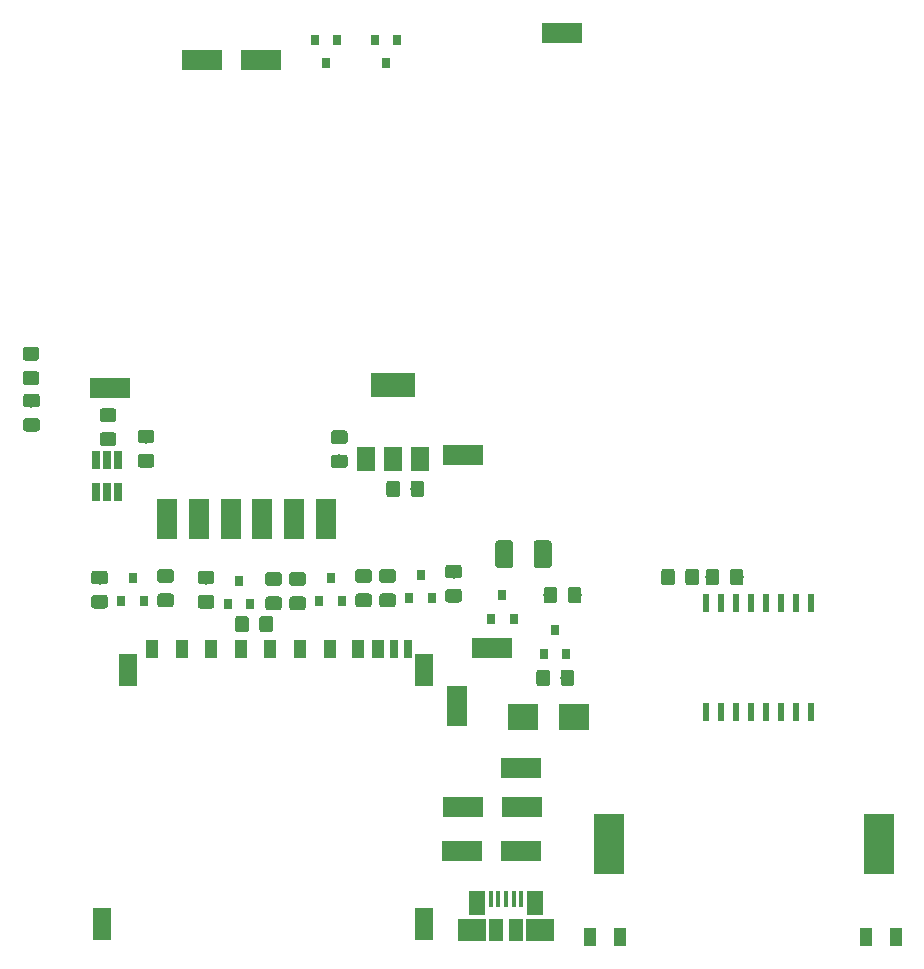
<source format=gbp>
G04 #@! TF.GenerationSoftware,KiCad,Pcbnew,5.0.2-bee76a0~70~ubuntu18.04.1*
G04 #@! TF.CreationDate,2019-02-28T13:46:31+03:00*
G04 #@! TF.ProjectId,sensor-node,73656e73-6f72-42d6-9e6f-64652e6b6963,1*
G04 #@! TF.SameCoordinates,Original*
G04 #@! TF.FileFunction,Paste,Bot*
G04 #@! TF.FilePolarity,Positive*
%FSLAX46Y46*%
G04 Gerber Fmt 4.6, Leading zero omitted, Abs format (unit mm)*
G04 Created by KiCad (PCBNEW 5.0.2-bee76a0~70~ubuntu18.04.1) date Thu 28 Feb 2019 13:46:31 EAT*
%MOMM*%
%LPD*%
G01*
G04 APERTURE LIST*
%ADD10C,0.100000*%
%ADD11C,1.150000*%
%ADD12R,2.540000X5.080000*%
%ADD13R,0.650000X1.560000*%
%ADD14R,2.500000X2.300000*%
%ADD15C,1.500000*%
%ADD16R,1.500000X2.800000*%
%ADD17R,0.700000X1.500000*%
%ADD18R,1.000000X1.500000*%
%ADD19R,0.450000X1.380000*%
%ADD20R,1.475000X2.100000*%
%ADD21R,2.375000X1.900000*%
%ADD22R,1.175000X1.900000*%
%ADD23R,3.500000X1.800000*%
%ADD24R,0.600000X1.500000*%
%ADD25R,3.800000X2.000000*%
%ADD26R,1.500000X2.000000*%
%ADD27R,0.800000X0.900000*%
%ADD28R,1.800000X3.400000*%
%ADD29R,3.400000X1.800000*%
G04 APERTURE END LIST*
D10*
G04 #@! TO.C,C19*
G36*
X104182705Y-111906404D02*
X104206973Y-111910004D01*
X104230772Y-111915965D01*
X104253871Y-111924230D01*
X104276050Y-111934720D01*
X104297093Y-111947332D01*
X104316799Y-111961947D01*
X104334977Y-111978423D01*
X104351453Y-111996601D01*
X104366068Y-112016307D01*
X104378680Y-112037350D01*
X104389170Y-112059529D01*
X104397435Y-112082628D01*
X104403396Y-112106427D01*
X104406996Y-112130695D01*
X104408200Y-112155199D01*
X104408200Y-112805201D01*
X104406996Y-112829705D01*
X104403396Y-112853973D01*
X104397435Y-112877772D01*
X104389170Y-112900871D01*
X104378680Y-112923050D01*
X104366068Y-112944093D01*
X104351453Y-112963799D01*
X104334977Y-112981977D01*
X104316799Y-112998453D01*
X104297093Y-113013068D01*
X104276050Y-113025680D01*
X104253871Y-113036170D01*
X104230772Y-113044435D01*
X104206973Y-113050396D01*
X104182705Y-113053996D01*
X104158201Y-113055200D01*
X103258199Y-113055200D01*
X103233695Y-113053996D01*
X103209427Y-113050396D01*
X103185628Y-113044435D01*
X103162529Y-113036170D01*
X103140350Y-113025680D01*
X103119307Y-113013068D01*
X103099601Y-112998453D01*
X103081423Y-112981977D01*
X103064947Y-112963799D01*
X103050332Y-112944093D01*
X103037720Y-112923050D01*
X103027230Y-112900871D01*
X103018965Y-112877772D01*
X103013004Y-112853973D01*
X103009404Y-112829705D01*
X103008200Y-112805201D01*
X103008200Y-112155199D01*
X103009404Y-112130695D01*
X103013004Y-112106427D01*
X103018965Y-112082628D01*
X103027230Y-112059529D01*
X103037720Y-112037350D01*
X103050332Y-112016307D01*
X103064947Y-111996601D01*
X103081423Y-111978423D01*
X103099601Y-111961947D01*
X103119307Y-111947332D01*
X103140350Y-111934720D01*
X103162529Y-111924230D01*
X103185628Y-111915965D01*
X103209427Y-111910004D01*
X103233695Y-111906404D01*
X103258199Y-111905200D01*
X104158201Y-111905200D01*
X104182705Y-111906404D01*
X104182705Y-111906404D01*
G37*
D11*
X103708200Y-112480200D03*
D10*
G36*
X104182705Y-109856404D02*
X104206973Y-109860004D01*
X104230772Y-109865965D01*
X104253871Y-109874230D01*
X104276050Y-109884720D01*
X104297093Y-109897332D01*
X104316799Y-109911947D01*
X104334977Y-109928423D01*
X104351453Y-109946601D01*
X104366068Y-109966307D01*
X104378680Y-109987350D01*
X104389170Y-110009529D01*
X104397435Y-110032628D01*
X104403396Y-110056427D01*
X104406996Y-110080695D01*
X104408200Y-110105199D01*
X104408200Y-110755201D01*
X104406996Y-110779705D01*
X104403396Y-110803973D01*
X104397435Y-110827772D01*
X104389170Y-110850871D01*
X104378680Y-110873050D01*
X104366068Y-110894093D01*
X104351453Y-110913799D01*
X104334977Y-110931977D01*
X104316799Y-110948453D01*
X104297093Y-110963068D01*
X104276050Y-110975680D01*
X104253871Y-110986170D01*
X104230772Y-110994435D01*
X104206973Y-111000396D01*
X104182705Y-111003996D01*
X104158201Y-111005200D01*
X103258199Y-111005200D01*
X103233695Y-111003996D01*
X103209427Y-111000396D01*
X103185628Y-110994435D01*
X103162529Y-110986170D01*
X103140350Y-110975680D01*
X103119307Y-110963068D01*
X103099601Y-110948453D01*
X103081423Y-110931977D01*
X103064947Y-110913799D01*
X103050332Y-110894093D01*
X103037720Y-110873050D01*
X103027230Y-110850871D01*
X103018965Y-110827772D01*
X103013004Y-110803973D01*
X103009404Y-110779705D01*
X103008200Y-110755201D01*
X103008200Y-110105199D01*
X103009404Y-110080695D01*
X103013004Y-110056427D01*
X103018965Y-110032628D01*
X103027230Y-110009529D01*
X103037720Y-109987350D01*
X103050332Y-109966307D01*
X103064947Y-109946601D01*
X103081423Y-109928423D01*
X103099601Y-109911947D01*
X103119307Y-109897332D01*
X103140350Y-109884720D01*
X103162529Y-109874230D01*
X103185628Y-109865965D01*
X103209427Y-109860004D01*
X103233695Y-109856404D01*
X103258199Y-109855200D01*
X104158201Y-109855200D01*
X104182705Y-109856404D01*
X104182705Y-109856404D01*
G37*
D11*
X103708200Y-110430200D03*
G04 #@! TD*
D12*
G04 #@! TO.C,BT1*
X146100800Y-146761200D03*
X168960800Y-146761200D03*
G04 #@! TD*
D13*
G04 #@! TO.C,U7*
X104582000Y-116970800D03*
X103632000Y-116970800D03*
X102682000Y-116970800D03*
X102682000Y-114270800D03*
X104582000Y-114270800D03*
X103632000Y-114270800D03*
G04 #@! TD*
D10*
G04 #@! TO.C,R29*
G36*
X107408505Y-113735204D02*
X107432773Y-113738804D01*
X107456572Y-113744765D01*
X107479671Y-113753030D01*
X107501850Y-113763520D01*
X107522893Y-113776132D01*
X107542599Y-113790747D01*
X107560777Y-113807223D01*
X107577253Y-113825401D01*
X107591868Y-113845107D01*
X107604480Y-113866150D01*
X107614970Y-113888329D01*
X107623235Y-113911428D01*
X107629196Y-113935227D01*
X107632796Y-113959495D01*
X107634000Y-113983999D01*
X107634000Y-114634001D01*
X107632796Y-114658505D01*
X107629196Y-114682773D01*
X107623235Y-114706572D01*
X107614970Y-114729671D01*
X107604480Y-114751850D01*
X107591868Y-114772893D01*
X107577253Y-114792599D01*
X107560777Y-114810777D01*
X107542599Y-114827253D01*
X107522893Y-114841868D01*
X107501850Y-114854480D01*
X107479671Y-114864970D01*
X107456572Y-114873235D01*
X107432773Y-114879196D01*
X107408505Y-114882796D01*
X107384001Y-114884000D01*
X106483999Y-114884000D01*
X106459495Y-114882796D01*
X106435227Y-114879196D01*
X106411428Y-114873235D01*
X106388329Y-114864970D01*
X106366150Y-114854480D01*
X106345107Y-114841868D01*
X106325401Y-114827253D01*
X106307223Y-114810777D01*
X106290747Y-114792599D01*
X106276132Y-114772893D01*
X106263520Y-114751850D01*
X106253030Y-114729671D01*
X106244765Y-114706572D01*
X106238804Y-114682773D01*
X106235204Y-114658505D01*
X106234000Y-114634001D01*
X106234000Y-113983999D01*
X106235204Y-113959495D01*
X106238804Y-113935227D01*
X106244765Y-113911428D01*
X106253030Y-113888329D01*
X106263520Y-113866150D01*
X106276132Y-113845107D01*
X106290747Y-113825401D01*
X106307223Y-113807223D01*
X106325401Y-113790747D01*
X106345107Y-113776132D01*
X106366150Y-113763520D01*
X106388329Y-113753030D01*
X106411428Y-113744765D01*
X106435227Y-113738804D01*
X106459495Y-113735204D01*
X106483999Y-113734000D01*
X107384001Y-113734000D01*
X107408505Y-113735204D01*
X107408505Y-113735204D01*
G37*
D11*
X106934000Y-114309000D03*
D10*
G36*
X107408505Y-111685204D02*
X107432773Y-111688804D01*
X107456572Y-111694765D01*
X107479671Y-111703030D01*
X107501850Y-111713520D01*
X107522893Y-111726132D01*
X107542599Y-111740747D01*
X107560777Y-111757223D01*
X107577253Y-111775401D01*
X107591868Y-111795107D01*
X107604480Y-111816150D01*
X107614970Y-111838329D01*
X107623235Y-111861428D01*
X107629196Y-111885227D01*
X107632796Y-111909495D01*
X107634000Y-111933999D01*
X107634000Y-112584001D01*
X107632796Y-112608505D01*
X107629196Y-112632773D01*
X107623235Y-112656572D01*
X107614970Y-112679671D01*
X107604480Y-112701850D01*
X107591868Y-112722893D01*
X107577253Y-112742599D01*
X107560777Y-112760777D01*
X107542599Y-112777253D01*
X107522893Y-112791868D01*
X107501850Y-112804480D01*
X107479671Y-112814970D01*
X107456572Y-112823235D01*
X107432773Y-112829196D01*
X107408505Y-112832796D01*
X107384001Y-112834000D01*
X106483999Y-112834000D01*
X106459495Y-112832796D01*
X106435227Y-112829196D01*
X106411428Y-112823235D01*
X106388329Y-112814970D01*
X106366150Y-112804480D01*
X106345107Y-112791868D01*
X106325401Y-112777253D01*
X106307223Y-112760777D01*
X106290747Y-112742599D01*
X106276132Y-112722893D01*
X106263520Y-112701850D01*
X106253030Y-112679671D01*
X106244765Y-112656572D01*
X106238804Y-112632773D01*
X106235204Y-112608505D01*
X106234000Y-112584001D01*
X106234000Y-111933999D01*
X106235204Y-111909495D01*
X106238804Y-111885227D01*
X106244765Y-111861428D01*
X106253030Y-111838329D01*
X106263520Y-111816150D01*
X106276132Y-111795107D01*
X106290747Y-111775401D01*
X106307223Y-111757223D01*
X106325401Y-111740747D01*
X106345107Y-111726132D01*
X106366150Y-111713520D01*
X106388329Y-111703030D01*
X106411428Y-111694765D01*
X106435227Y-111688804D01*
X106459495Y-111685204D01*
X106483999Y-111684000D01*
X107384001Y-111684000D01*
X107408505Y-111685204D01*
X107408505Y-111685204D01*
G37*
D11*
X106934000Y-112259000D03*
G04 #@! TD*
D14*
G04 #@! TO.C,D9*
X143187200Y-136042400D03*
X138887200Y-136042400D03*
G04 #@! TD*
D10*
G04 #@! TO.C,C12*
G36*
X153520505Y-123456404D02*
X153544773Y-123460004D01*
X153568572Y-123465965D01*
X153591671Y-123474230D01*
X153613850Y-123484720D01*
X153634893Y-123497332D01*
X153654599Y-123511947D01*
X153672777Y-123528423D01*
X153689253Y-123546601D01*
X153703868Y-123566307D01*
X153716480Y-123587350D01*
X153726970Y-123609529D01*
X153735235Y-123632628D01*
X153741196Y-123656427D01*
X153744796Y-123680695D01*
X153746000Y-123705199D01*
X153746000Y-124605201D01*
X153744796Y-124629705D01*
X153741196Y-124653973D01*
X153735235Y-124677772D01*
X153726970Y-124700871D01*
X153716480Y-124723050D01*
X153703868Y-124744093D01*
X153689253Y-124763799D01*
X153672777Y-124781977D01*
X153654599Y-124798453D01*
X153634893Y-124813068D01*
X153613850Y-124825680D01*
X153591671Y-124836170D01*
X153568572Y-124844435D01*
X153544773Y-124850396D01*
X153520505Y-124853996D01*
X153496001Y-124855200D01*
X152845999Y-124855200D01*
X152821495Y-124853996D01*
X152797227Y-124850396D01*
X152773428Y-124844435D01*
X152750329Y-124836170D01*
X152728150Y-124825680D01*
X152707107Y-124813068D01*
X152687401Y-124798453D01*
X152669223Y-124781977D01*
X152652747Y-124763799D01*
X152638132Y-124744093D01*
X152625520Y-124723050D01*
X152615030Y-124700871D01*
X152606765Y-124677772D01*
X152600804Y-124653973D01*
X152597204Y-124629705D01*
X152596000Y-124605201D01*
X152596000Y-123705199D01*
X152597204Y-123680695D01*
X152600804Y-123656427D01*
X152606765Y-123632628D01*
X152615030Y-123609529D01*
X152625520Y-123587350D01*
X152638132Y-123566307D01*
X152652747Y-123546601D01*
X152669223Y-123528423D01*
X152687401Y-123511947D01*
X152707107Y-123497332D01*
X152728150Y-123484720D01*
X152750329Y-123474230D01*
X152773428Y-123465965D01*
X152797227Y-123460004D01*
X152821495Y-123456404D01*
X152845999Y-123455200D01*
X153496001Y-123455200D01*
X153520505Y-123456404D01*
X153520505Y-123456404D01*
G37*
D11*
X153171000Y-124155200D03*
D10*
G36*
X151470505Y-123456404D02*
X151494773Y-123460004D01*
X151518572Y-123465965D01*
X151541671Y-123474230D01*
X151563850Y-123484720D01*
X151584893Y-123497332D01*
X151604599Y-123511947D01*
X151622777Y-123528423D01*
X151639253Y-123546601D01*
X151653868Y-123566307D01*
X151666480Y-123587350D01*
X151676970Y-123609529D01*
X151685235Y-123632628D01*
X151691196Y-123656427D01*
X151694796Y-123680695D01*
X151696000Y-123705199D01*
X151696000Y-124605201D01*
X151694796Y-124629705D01*
X151691196Y-124653973D01*
X151685235Y-124677772D01*
X151676970Y-124700871D01*
X151666480Y-124723050D01*
X151653868Y-124744093D01*
X151639253Y-124763799D01*
X151622777Y-124781977D01*
X151604599Y-124798453D01*
X151584893Y-124813068D01*
X151563850Y-124825680D01*
X151541671Y-124836170D01*
X151518572Y-124844435D01*
X151494773Y-124850396D01*
X151470505Y-124853996D01*
X151446001Y-124855200D01*
X150795999Y-124855200D01*
X150771495Y-124853996D01*
X150747227Y-124850396D01*
X150723428Y-124844435D01*
X150700329Y-124836170D01*
X150678150Y-124825680D01*
X150657107Y-124813068D01*
X150637401Y-124798453D01*
X150619223Y-124781977D01*
X150602747Y-124763799D01*
X150588132Y-124744093D01*
X150575520Y-124723050D01*
X150565030Y-124700871D01*
X150556765Y-124677772D01*
X150550804Y-124653973D01*
X150547204Y-124629705D01*
X150546000Y-124605201D01*
X150546000Y-123705199D01*
X150547204Y-123680695D01*
X150550804Y-123656427D01*
X150556765Y-123632628D01*
X150565030Y-123609529D01*
X150575520Y-123587350D01*
X150588132Y-123566307D01*
X150602747Y-123546601D01*
X150619223Y-123528423D01*
X150637401Y-123511947D01*
X150657107Y-123497332D01*
X150678150Y-123484720D01*
X150700329Y-123474230D01*
X150723428Y-123465965D01*
X150747227Y-123460004D01*
X150771495Y-123456404D01*
X150795999Y-123455200D01*
X151446001Y-123455200D01*
X151470505Y-123456404D01*
X151470505Y-123456404D01*
G37*
D11*
X151121000Y-124155200D03*
G04 #@! TD*
D10*
G04 #@! TO.C,C7*
G36*
X115402505Y-127444204D02*
X115426773Y-127447804D01*
X115450572Y-127453765D01*
X115473671Y-127462030D01*
X115495850Y-127472520D01*
X115516893Y-127485132D01*
X115536599Y-127499747D01*
X115554777Y-127516223D01*
X115571253Y-127534401D01*
X115585868Y-127554107D01*
X115598480Y-127575150D01*
X115608970Y-127597329D01*
X115617235Y-127620428D01*
X115623196Y-127644227D01*
X115626796Y-127668495D01*
X115628000Y-127692999D01*
X115628000Y-128593001D01*
X115626796Y-128617505D01*
X115623196Y-128641773D01*
X115617235Y-128665572D01*
X115608970Y-128688671D01*
X115598480Y-128710850D01*
X115585868Y-128731893D01*
X115571253Y-128751599D01*
X115554777Y-128769777D01*
X115536599Y-128786253D01*
X115516893Y-128800868D01*
X115495850Y-128813480D01*
X115473671Y-128823970D01*
X115450572Y-128832235D01*
X115426773Y-128838196D01*
X115402505Y-128841796D01*
X115378001Y-128843000D01*
X114727999Y-128843000D01*
X114703495Y-128841796D01*
X114679227Y-128838196D01*
X114655428Y-128832235D01*
X114632329Y-128823970D01*
X114610150Y-128813480D01*
X114589107Y-128800868D01*
X114569401Y-128786253D01*
X114551223Y-128769777D01*
X114534747Y-128751599D01*
X114520132Y-128731893D01*
X114507520Y-128710850D01*
X114497030Y-128688671D01*
X114488765Y-128665572D01*
X114482804Y-128641773D01*
X114479204Y-128617505D01*
X114478000Y-128593001D01*
X114478000Y-127692999D01*
X114479204Y-127668495D01*
X114482804Y-127644227D01*
X114488765Y-127620428D01*
X114497030Y-127597329D01*
X114507520Y-127575150D01*
X114520132Y-127554107D01*
X114534747Y-127534401D01*
X114551223Y-127516223D01*
X114569401Y-127499747D01*
X114589107Y-127485132D01*
X114610150Y-127472520D01*
X114632329Y-127462030D01*
X114655428Y-127453765D01*
X114679227Y-127447804D01*
X114703495Y-127444204D01*
X114727999Y-127443000D01*
X115378001Y-127443000D01*
X115402505Y-127444204D01*
X115402505Y-127444204D01*
G37*
D11*
X115053000Y-128143000D03*
D10*
G36*
X117452505Y-127444204D02*
X117476773Y-127447804D01*
X117500572Y-127453765D01*
X117523671Y-127462030D01*
X117545850Y-127472520D01*
X117566893Y-127485132D01*
X117586599Y-127499747D01*
X117604777Y-127516223D01*
X117621253Y-127534401D01*
X117635868Y-127554107D01*
X117648480Y-127575150D01*
X117658970Y-127597329D01*
X117667235Y-127620428D01*
X117673196Y-127644227D01*
X117676796Y-127668495D01*
X117678000Y-127692999D01*
X117678000Y-128593001D01*
X117676796Y-128617505D01*
X117673196Y-128641773D01*
X117667235Y-128665572D01*
X117658970Y-128688671D01*
X117648480Y-128710850D01*
X117635868Y-128731893D01*
X117621253Y-128751599D01*
X117604777Y-128769777D01*
X117586599Y-128786253D01*
X117566893Y-128800868D01*
X117545850Y-128813480D01*
X117523671Y-128823970D01*
X117500572Y-128832235D01*
X117476773Y-128838196D01*
X117452505Y-128841796D01*
X117428001Y-128843000D01*
X116777999Y-128843000D01*
X116753495Y-128841796D01*
X116729227Y-128838196D01*
X116705428Y-128832235D01*
X116682329Y-128823970D01*
X116660150Y-128813480D01*
X116639107Y-128800868D01*
X116619401Y-128786253D01*
X116601223Y-128769777D01*
X116584747Y-128751599D01*
X116570132Y-128731893D01*
X116557520Y-128710850D01*
X116547030Y-128688671D01*
X116538765Y-128665572D01*
X116532804Y-128641773D01*
X116529204Y-128617505D01*
X116528000Y-128593001D01*
X116528000Y-127692999D01*
X116529204Y-127668495D01*
X116532804Y-127644227D01*
X116538765Y-127620428D01*
X116547030Y-127597329D01*
X116557520Y-127575150D01*
X116570132Y-127554107D01*
X116584747Y-127534401D01*
X116601223Y-127516223D01*
X116619401Y-127499747D01*
X116639107Y-127485132D01*
X116660150Y-127472520D01*
X116682329Y-127462030D01*
X116705428Y-127453765D01*
X116729227Y-127447804D01*
X116753495Y-127444204D01*
X116777999Y-127443000D01*
X117428001Y-127443000D01*
X117452505Y-127444204D01*
X117452505Y-127444204D01*
G37*
D11*
X117103000Y-128143000D03*
G04 #@! TD*
D10*
G04 #@! TO.C,C9*
G36*
X123766105Y-113786004D02*
X123790373Y-113789604D01*
X123814172Y-113795565D01*
X123837271Y-113803830D01*
X123859450Y-113814320D01*
X123880493Y-113826932D01*
X123900199Y-113841547D01*
X123918377Y-113858023D01*
X123934853Y-113876201D01*
X123949468Y-113895907D01*
X123962080Y-113916950D01*
X123972570Y-113939129D01*
X123980835Y-113962228D01*
X123986796Y-113986027D01*
X123990396Y-114010295D01*
X123991600Y-114034799D01*
X123991600Y-114684801D01*
X123990396Y-114709305D01*
X123986796Y-114733573D01*
X123980835Y-114757372D01*
X123972570Y-114780471D01*
X123962080Y-114802650D01*
X123949468Y-114823693D01*
X123934853Y-114843399D01*
X123918377Y-114861577D01*
X123900199Y-114878053D01*
X123880493Y-114892668D01*
X123859450Y-114905280D01*
X123837271Y-114915770D01*
X123814172Y-114924035D01*
X123790373Y-114929996D01*
X123766105Y-114933596D01*
X123741601Y-114934800D01*
X122841599Y-114934800D01*
X122817095Y-114933596D01*
X122792827Y-114929996D01*
X122769028Y-114924035D01*
X122745929Y-114915770D01*
X122723750Y-114905280D01*
X122702707Y-114892668D01*
X122683001Y-114878053D01*
X122664823Y-114861577D01*
X122648347Y-114843399D01*
X122633732Y-114823693D01*
X122621120Y-114802650D01*
X122610630Y-114780471D01*
X122602365Y-114757372D01*
X122596404Y-114733573D01*
X122592804Y-114709305D01*
X122591600Y-114684801D01*
X122591600Y-114034799D01*
X122592804Y-114010295D01*
X122596404Y-113986027D01*
X122602365Y-113962228D01*
X122610630Y-113939129D01*
X122621120Y-113916950D01*
X122633732Y-113895907D01*
X122648347Y-113876201D01*
X122664823Y-113858023D01*
X122683001Y-113841547D01*
X122702707Y-113826932D01*
X122723750Y-113814320D01*
X122745929Y-113803830D01*
X122769028Y-113795565D01*
X122792827Y-113789604D01*
X122817095Y-113786004D01*
X122841599Y-113784800D01*
X123741601Y-113784800D01*
X123766105Y-113786004D01*
X123766105Y-113786004D01*
G37*
D11*
X123291600Y-114359800D03*
D10*
G36*
X123766105Y-111736004D02*
X123790373Y-111739604D01*
X123814172Y-111745565D01*
X123837271Y-111753830D01*
X123859450Y-111764320D01*
X123880493Y-111776932D01*
X123900199Y-111791547D01*
X123918377Y-111808023D01*
X123934853Y-111826201D01*
X123949468Y-111845907D01*
X123962080Y-111866950D01*
X123972570Y-111889129D01*
X123980835Y-111912228D01*
X123986796Y-111936027D01*
X123990396Y-111960295D01*
X123991600Y-111984799D01*
X123991600Y-112634801D01*
X123990396Y-112659305D01*
X123986796Y-112683573D01*
X123980835Y-112707372D01*
X123972570Y-112730471D01*
X123962080Y-112752650D01*
X123949468Y-112773693D01*
X123934853Y-112793399D01*
X123918377Y-112811577D01*
X123900199Y-112828053D01*
X123880493Y-112842668D01*
X123859450Y-112855280D01*
X123837271Y-112865770D01*
X123814172Y-112874035D01*
X123790373Y-112879996D01*
X123766105Y-112883596D01*
X123741601Y-112884800D01*
X122841599Y-112884800D01*
X122817095Y-112883596D01*
X122792827Y-112879996D01*
X122769028Y-112874035D01*
X122745929Y-112865770D01*
X122723750Y-112855280D01*
X122702707Y-112842668D01*
X122683001Y-112828053D01*
X122664823Y-112811577D01*
X122648347Y-112793399D01*
X122633732Y-112773693D01*
X122621120Y-112752650D01*
X122610630Y-112730471D01*
X122602365Y-112707372D01*
X122596404Y-112683573D01*
X122592804Y-112659305D01*
X122591600Y-112634801D01*
X122591600Y-111984799D01*
X122592804Y-111960295D01*
X122596404Y-111936027D01*
X122602365Y-111912228D01*
X122610630Y-111889129D01*
X122621120Y-111866950D01*
X122633732Y-111845907D01*
X122648347Y-111826201D01*
X122664823Y-111808023D01*
X122683001Y-111791547D01*
X122702707Y-111776932D01*
X122723750Y-111764320D01*
X122745929Y-111753830D01*
X122769028Y-111745565D01*
X122792827Y-111739604D01*
X122817095Y-111736004D01*
X122841599Y-111734800D01*
X123741601Y-111734800D01*
X123766105Y-111736004D01*
X123766105Y-111736004D01*
G37*
D11*
X123291600Y-112309800D03*
G04 #@! TD*
D10*
G04 #@! TO.C,C10*
G36*
X130254105Y-115988804D02*
X130278373Y-115992404D01*
X130302172Y-115998365D01*
X130325271Y-116006630D01*
X130347450Y-116017120D01*
X130368493Y-116029732D01*
X130388199Y-116044347D01*
X130406377Y-116060823D01*
X130422853Y-116079001D01*
X130437468Y-116098707D01*
X130450080Y-116119750D01*
X130460570Y-116141929D01*
X130468835Y-116165028D01*
X130474796Y-116188827D01*
X130478396Y-116213095D01*
X130479600Y-116237599D01*
X130479600Y-117137601D01*
X130478396Y-117162105D01*
X130474796Y-117186373D01*
X130468835Y-117210172D01*
X130460570Y-117233271D01*
X130450080Y-117255450D01*
X130437468Y-117276493D01*
X130422853Y-117296199D01*
X130406377Y-117314377D01*
X130388199Y-117330853D01*
X130368493Y-117345468D01*
X130347450Y-117358080D01*
X130325271Y-117368570D01*
X130302172Y-117376835D01*
X130278373Y-117382796D01*
X130254105Y-117386396D01*
X130229601Y-117387600D01*
X129579599Y-117387600D01*
X129555095Y-117386396D01*
X129530827Y-117382796D01*
X129507028Y-117376835D01*
X129483929Y-117368570D01*
X129461750Y-117358080D01*
X129440707Y-117345468D01*
X129421001Y-117330853D01*
X129402823Y-117314377D01*
X129386347Y-117296199D01*
X129371732Y-117276493D01*
X129359120Y-117255450D01*
X129348630Y-117233271D01*
X129340365Y-117210172D01*
X129334404Y-117186373D01*
X129330804Y-117162105D01*
X129329600Y-117137601D01*
X129329600Y-116237599D01*
X129330804Y-116213095D01*
X129334404Y-116188827D01*
X129340365Y-116165028D01*
X129348630Y-116141929D01*
X129359120Y-116119750D01*
X129371732Y-116098707D01*
X129386347Y-116079001D01*
X129402823Y-116060823D01*
X129421001Y-116044347D01*
X129440707Y-116029732D01*
X129461750Y-116017120D01*
X129483929Y-116006630D01*
X129507028Y-115998365D01*
X129530827Y-115992404D01*
X129555095Y-115988804D01*
X129579599Y-115987600D01*
X130229601Y-115987600D01*
X130254105Y-115988804D01*
X130254105Y-115988804D01*
G37*
D11*
X129904600Y-116687600D03*
D10*
G36*
X128204105Y-115988804D02*
X128228373Y-115992404D01*
X128252172Y-115998365D01*
X128275271Y-116006630D01*
X128297450Y-116017120D01*
X128318493Y-116029732D01*
X128338199Y-116044347D01*
X128356377Y-116060823D01*
X128372853Y-116079001D01*
X128387468Y-116098707D01*
X128400080Y-116119750D01*
X128410570Y-116141929D01*
X128418835Y-116165028D01*
X128424796Y-116188827D01*
X128428396Y-116213095D01*
X128429600Y-116237599D01*
X128429600Y-117137601D01*
X128428396Y-117162105D01*
X128424796Y-117186373D01*
X128418835Y-117210172D01*
X128410570Y-117233271D01*
X128400080Y-117255450D01*
X128387468Y-117276493D01*
X128372853Y-117296199D01*
X128356377Y-117314377D01*
X128338199Y-117330853D01*
X128318493Y-117345468D01*
X128297450Y-117358080D01*
X128275271Y-117368570D01*
X128252172Y-117376835D01*
X128228373Y-117382796D01*
X128204105Y-117386396D01*
X128179601Y-117387600D01*
X127529599Y-117387600D01*
X127505095Y-117386396D01*
X127480827Y-117382796D01*
X127457028Y-117376835D01*
X127433929Y-117368570D01*
X127411750Y-117358080D01*
X127390707Y-117345468D01*
X127371001Y-117330853D01*
X127352823Y-117314377D01*
X127336347Y-117296199D01*
X127321732Y-117276493D01*
X127309120Y-117255450D01*
X127298630Y-117233271D01*
X127290365Y-117210172D01*
X127284404Y-117186373D01*
X127280804Y-117162105D01*
X127279600Y-117137601D01*
X127279600Y-116237599D01*
X127280804Y-116213095D01*
X127284404Y-116188827D01*
X127290365Y-116165028D01*
X127298630Y-116141929D01*
X127309120Y-116119750D01*
X127321732Y-116098707D01*
X127336347Y-116079001D01*
X127352823Y-116060823D01*
X127371001Y-116044347D01*
X127390707Y-116029732D01*
X127411750Y-116017120D01*
X127433929Y-116006630D01*
X127457028Y-115998365D01*
X127480827Y-115992404D01*
X127505095Y-115988804D01*
X127529599Y-115987600D01*
X128179601Y-115987600D01*
X128204105Y-115988804D01*
X128204105Y-115988804D01*
G37*
D11*
X127854600Y-116687600D03*
G04 #@! TD*
D10*
G04 #@! TO.C,C8*
G36*
X141036704Y-121051004D02*
X141060973Y-121054604D01*
X141084771Y-121060565D01*
X141107871Y-121068830D01*
X141130049Y-121079320D01*
X141151093Y-121091933D01*
X141170798Y-121106547D01*
X141188977Y-121123023D01*
X141205453Y-121141202D01*
X141220067Y-121160907D01*
X141232680Y-121181951D01*
X141243170Y-121204129D01*
X141251435Y-121227229D01*
X141257396Y-121251027D01*
X141260996Y-121275296D01*
X141262200Y-121299800D01*
X141262200Y-123149800D01*
X141260996Y-123174304D01*
X141257396Y-123198573D01*
X141251435Y-123222371D01*
X141243170Y-123245471D01*
X141232680Y-123267649D01*
X141220067Y-123288693D01*
X141205453Y-123308398D01*
X141188977Y-123326577D01*
X141170798Y-123343053D01*
X141151093Y-123357667D01*
X141130049Y-123370280D01*
X141107871Y-123380770D01*
X141084771Y-123389035D01*
X141060973Y-123394996D01*
X141036704Y-123398596D01*
X141012200Y-123399800D01*
X140012200Y-123399800D01*
X139987696Y-123398596D01*
X139963427Y-123394996D01*
X139939629Y-123389035D01*
X139916529Y-123380770D01*
X139894351Y-123370280D01*
X139873307Y-123357667D01*
X139853602Y-123343053D01*
X139835423Y-123326577D01*
X139818947Y-123308398D01*
X139804333Y-123288693D01*
X139791720Y-123267649D01*
X139781230Y-123245471D01*
X139772965Y-123222371D01*
X139767004Y-123198573D01*
X139763404Y-123174304D01*
X139762200Y-123149800D01*
X139762200Y-121299800D01*
X139763404Y-121275296D01*
X139767004Y-121251027D01*
X139772965Y-121227229D01*
X139781230Y-121204129D01*
X139791720Y-121181951D01*
X139804333Y-121160907D01*
X139818947Y-121141202D01*
X139835423Y-121123023D01*
X139853602Y-121106547D01*
X139873307Y-121091933D01*
X139894351Y-121079320D01*
X139916529Y-121068830D01*
X139939629Y-121060565D01*
X139963427Y-121054604D01*
X139987696Y-121051004D01*
X140012200Y-121049800D01*
X141012200Y-121049800D01*
X141036704Y-121051004D01*
X141036704Y-121051004D01*
G37*
D15*
X140512200Y-122224800D03*
D10*
G36*
X137786704Y-121051004D02*
X137810973Y-121054604D01*
X137834771Y-121060565D01*
X137857871Y-121068830D01*
X137880049Y-121079320D01*
X137901093Y-121091933D01*
X137920798Y-121106547D01*
X137938977Y-121123023D01*
X137955453Y-121141202D01*
X137970067Y-121160907D01*
X137982680Y-121181951D01*
X137993170Y-121204129D01*
X138001435Y-121227229D01*
X138007396Y-121251027D01*
X138010996Y-121275296D01*
X138012200Y-121299800D01*
X138012200Y-123149800D01*
X138010996Y-123174304D01*
X138007396Y-123198573D01*
X138001435Y-123222371D01*
X137993170Y-123245471D01*
X137982680Y-123267649D01*
X137970067Y-123288693D01*
X137955453Y-123308398D01*
X137938977Y-123326577D01*
X137920798Y-123343053D01*
X137901093Y-123357667D01*
X137880049Y-123370280D01*
X137857871Y-123380770D01*
X137834771Y-123389035D01*
X137810973Y-123394996D01*
X137786704Y-123398596D01*
X137762200Y-123399800D01*
X136762200Y-123399800D01*
X136737696Y-123398596D01*
X136713427Y-123394996D01*
X136689629Y-123389035D01*
X136666529Y-123380770D01*
X136644351Y-123370280D01*
X136623307Y-123357667D01*
X136603602Y-123343053D01*
X136585423Y-123326577D01*
X136568947Y-123308398D01*
X136554333Y-123288693D01*
X136541720Y-123267649D01*
X136531230Y-123245471D01*
X136522965Y-123222371D01*
X136517004Y-123198573D01*
X136513404Y-123174304D01*
X136512200Y-123149800D01*
X136512200Y-121299800D01*
X136513404Y-121275296D01*
X136517004Y-121251027D01*
X136522965Y-121227229D01*
X136531230Y-121204129D01*
X136541720Y-121181951D01*
X136554333Y-121160907D01*
X136568947Y-121141202D01*
X136585423Y-121123023D01*
X136603602Y-121106547D01*
X136623307Y-121091933D01*
X136644351Y-121079320D01*
X136666529Y-121068830D01*
X136689629Y-121060565D01*
X136713427Y-121054604D01*
X136737696Y-121051004D01*
X136762200Y-121049800D01*
X137762200Y-121049800D01*
X137786704Y-121051004D01*
X137786704Y-121051004D01*
G37*
D15*
X137262200Y-122224800D03*
G04 #@! TD*
D16*
G04 #@! TO.C,J2*
X130490000Y-132035000D03*
X130490000Y-153535000D03*
X103190000Y-153535000D03*
X105390000Y-132035000D03*
D17*
X129095000Y-130235000D03*
X127895000Y-130235000D03*
D18*
X107465000Y-130235000D03*
X126595000Y-130235000D03*
X124895000Y-130235000D03*
X122465000Y-130235000D03*
X119965000Y-130235000D03*
X117465000Y-130235000D03*
X114965000Y-130235000D03*
X112465000Y-130235000D03*
X109965000Y-130235000D03*
G04 #@! TD*
D19*
G04 #@! TO.C,J1*
X138714000Y-151398000D03*
X138064000Y-151398000D03*
X137414000Y-151398000D03*
X136764000Y-151398000D03*
X136114000Y-151398000D03*
D20*
X139876500Y-151758000D03*
X134951500Y-151758000D03*
D21*
X140324000Y-154058000D03*
X134504000Y-154058000D03*
D22*
X138254000Y-154058000D03*
X136574000Y-154058000D03*
G04 #@! TD*
D23*
G04 #@! TO.C,D19*
X111698400Y-80365600D03*
X116698400Y-80365600D03*
G04 #@! TD*
G04 #@! TO.C,D2*
X138796400Y-143611600D03*
X133796400Y-143611600D03*
G04 #@! TD*
G04 #@! TO.C,D1*
X138644000Y-147320000D03*
X133644000Y-147320000D03*
G04 #@! TD*
D24*
G04 #@! TO.C,U1*
X154355800Y-126312400D03*
X155625800Y-126312400D03*
X156895800Y-126312400D03*
X158165800Y-126312400D03*
X159435800Y-126312400D03*
X160705800Y-126312400D03*
X161975800Y-126312400D03*
X163245800Y-126312400D03*
X163245800Y-135612400D03*
X161975800Y-135612400D03*
X160705800Y-135612400D03*
X159435800Y-135612400D03*
X158165800Y-135612400D03*
X156895800Y-135612400D03*
X155625800Y-135612400D03*
X154355800Y-135612400D03*
G04 #@! TD*
D25*
G04 #@! TO.C,U5*
X127863600Y-107898800D03*
D26*
X127863600Y-114198800D03*
X125563600Y-114198800D03*
X130163600Y-114198800D03*
G04 #@! TD*
D27*
G04 #@! TO.C,D8*
X126304000Y-78654400D03*
X128204000Y-78654400D03*
X127254000Y-80654400D03*
G04 #@! TD*
G04 #@! TO.C,D4*
X114808000Y-124476000D03*
X113858000Y-126476000D03*
X115758000Y-126476000D03*
G04 #@! TD*
G04 #@! TO.C,Q3*
X137109200Y-125695200D03*
X136159200Y-127695200D03*
X138059200Y-127695200D03*
G04 #@! TD*
G04 #@! TO.C,Q4*
X142529600Y-130641600D03*
X140629600Y-130641600D03*
X141579600Y-128641600D03*
G04 #@! TD*
G04 #@! TO.C,D3*
X130175000Y-123968000D03*
X129225000Y-125968000D03*
X131125000Y-125968000D03*
G04 #@! TD*
G04 #@! TO.C,D5*
X105791000Y-124222000D03*
X104841000Y-126222000D03*
X106741000Y-126222000D03*
G04 #@! TD*
G04 #@! TO.C,D7*
X122555000Y-124222000D03*
X121605000Y-126222000D03*
X123505000Y-126222000D03*
G04 #@! TD*
G04 #@! TO.C,D6*
X121224000Y-78654400D03*
X123124000Y-78654400D03*
X122174000Y-80654400D03*
G04 #@! TD*
D10*
G04 #@! TO.C,R10*
G36*
X103471505Y-123623204D02*
X103495773Y-123626804D01*
X103519572Y-123632765D01*
X103542671Y-123641030D01*
X103564850Y-123651520D01*
X103585893Y-123664132D01*
X103605599Y-123678747D01*
X103623777Y-123695223D01*
X103640253Y-123713401D01*
X103654868Y-123733107D01*
X103667480Y-123754150D01*
X103677970Y-123776329D01*
X103686235Y-123799428D01*
X103692196Y-123823227D01*
X103695796Y-123847495D01*
X103697000Y-123871999D01*
X103697000Y-124522001D01*
X103695796Y-124546505D01*
X103692196Y-124570773D01*
X103686235Y-124594572D01*
X103677970Y-124617671D01*
X103667480Y-124639850D01*
X103654868Y-124660893D01*
X103640253Y-124680599D01*
X103623777Y-124698777D01*
X103605599Y-124715253D01*
X103585893Y-124729868D01*
X103564850Y-124742480D01*
X103542671Y-124752970D01*
X103519572Y-124761235D01*
X103495773Y-124767196D01*
X103471505Y-124770796D01*
X103447001Y-124772000D01*
X102546999Y-124772000D01*
X102522495Y-124770796D01*
X102498227Y-124767196D01*
X102474428Y-124761235D01*
X102451329Y-124752970D01*
X102429150Y-124742480D01*
X102408107Y-124729868D01*
X102388401Y-124715253D01*
X102370223Y-124698777D01*
X102353747Y-124680599D01*
X102339132Y-124660893D01*
X102326520Y-124639850D01*
X102316030Y-124617671D01*
X102307765Y-124594572D01*
X102301804Y-124570773D01*
X102298204Y-124546505D01*
X102297000Y-124522001D01*
X102297000Y-123871999D01*
X102298204Y-123847495D01*
X102301804Y-123823227D01*
X102307765Y-123799428D01*
X102316030Y-123776329D01*
X102326520Y-123754150D01*
X102339132Y-123733107D01*
X102353747Y-123713401D01*
X102370223Y-123695223D01*
X102388401Y-123678747D01*
X102408107Y-123664132D01*
X102429150Y-123651520D01*
X102451329Y-123641030D01*
X102474428Y-123632765D01*
X102498227Y-123626804D01*
X102522495Y-123623204D01*
X102546999Y-123622000D01*
X103447001Y-123622000D01*
X103471505Y-123623204D01*
X103471505Y-123623204D01*
G37*
D11*
X102997000Y-124197000D03*
D10*
G36*
X103471505Y-125673204D02*
X103495773Y-125676804D01*
X103519572Y-125682765D01*
X103542671Y-125691030D01*
X103564850Y-125701520D01*
X103585893Y-125714132D01*
X103605599Y-125728747D01*
X103623777Y-125745223D01*
X103640253Y-125763401D01*
X103654868Y-125783107D01*
X103667480Y-125804150D01*
X103677970Y-125826329D01*
X103686235Y-125849428D01*
X103692196Y-125873227D01*
X103695796Y-125897495D01*
X103697000Y-125921999D01*
X103697000Y-126572001D01*
X103695796Y-126596505D01*
X103692196Y-126620773D01*
X103686235Y-126644572D01*
X103677970Y-126667671D01*
X103667480Y-126689850D01*
X103654868Y-126710893D01*
X103640253Y-126730599D01*
X103623777Y-126748777D01*
X103605599Y-126765253D01*
X103585893Y-126779868D01*
X103564850Y-126792480D01*
X103542671Y-126802970D01*
X103519572Y-126811235D01*
X103495773Y-126817196D01*
X103471505Y-126820796D01*
X103447001Y-126822000D01*
X102546999Y-126822000D01*
X102522495Y-126820796D01*
X102498227Y-126817196D01*
X102474428Y-126811235D01*
X102451329Y-126802970D01*
X102429150Y-126792480D01*
X102408107Y-126779868D01*
X102388401Y-126765253D01*
X102370223Y-126748777D01*
X102353747Y-126730599D01*
X102339132Y-126710893D01*
X102326520Y-126689850D01*
X102316030Y-126667671D01*
X102307765Y-126644572D01*
X102301804Y-126620773D01*
X102298204Y-126596505D01*
X102297000Y-126572001D01*
X102297000Y-125921999D01*
X102298204Y-125897495D01*
X102301804Y-125873227D01*
X102307765Y-125849428D01*
X102316030Y-125826329D01*
X102326520Y-125804150D01*
X102339132Y-125783107D01*
X102353747Y-125763401D01*
X102370223Y-125745223D01*
X102388401Y-125728747D01*
X102408107Y-125714132D01*
X102429150Y-125701520D01*
X102451329Y-125691030D01*
X102474428Y-125682765D01*
X102498227Y-125676804D01*
X102522495Y-125673204D01*
X102546999Y-125672000D01*
X103447001Y-125672000D01*
X103471505Y-125673204D01*
X103471505Y-125673204D01*
G37*
D11*
X102997000Y-126247000D03*
G04 #@! TD*
D10*
G04 #@! TO.C,R18*
G36*
X141513705Y-124980404D02*
X141537973Y-124984004D01*
X141561772Y-124989965D01*
X141584871Y-124998230D01*
X141607050Y-125008720D01*
X141628093Y-125021332D01*
X141647799Y-125035947D01*
X141665977Y-125052423D01*
X141682453Y-125070601D01*
X141697068Y-125090307D01*
X141709680Y-125111350D01*
X141720170Y-125133529D01*
X141728435Y-125156628D01*
X141734396Y-125180427D01*
X141737996Y-125204695D01*
X141739200Y-125229199D01*
X141739200Y-126129201D01*
X141737996Y-126153705D01*
X141734396Y-126177973D01*
X141728435Y-126201772D01*
X141720170Y-126224871D01*
X141709680Y-126247050D01*
X141697068Y-126268093D01*
X141682453Y-126287799D01*
X141665977Y-126305977D01*
X141647799Y-126322453D01*
X141628093Y-126337068D01*
X141607050Y-126349680D01*
X141584871Y-126360170D01*
X141561772Y-126368435D01*
X141537973Y-126374396D01*
X141513705Y-126377996D01*
X141489201Y-126379200D01*
X140839199Y-126379200D01*
X140814695Y-126377996D01*
X140790427Y-126374396D01*
X140766628Y-126368435D01*
X140743529Y-126360170D01*
X140721350Y-126349680D01*
X140700307Y-126337068D01*
X140680601Y-126322453D01*
X140662423Y-126305977D01*
X140645947Y-126287799D01*
X140631332Y-126268093D01*
X140618720Y-126247050D01*
X140608230Y-126224871D01*
X140599965Y-126201772D01*
X140594004Y-126177973D01*
X140590404Y-126153705D01*
X140589200Y-126129201D01*
X140589200Y-125229199D01*
X140590404Y-125204695D01*
X140594004Y-125180427D01*
X140599965Y-125156628D01*
X140608230Y-125133529D01*
X140618720Y-125111350D01*
X140631332Y-125090307D01*
X140645947Y-125070601D01*
X140662423Y-125052423D01*
X140680601Y-125035947D01*
X140700307Y-125021332D01*
X140721350Y-125008720D01*
X140743529Y-124998230D01*
X140766628Y-124989965D01*
X140790427Y-124984004D01*
X140814695Y-124980404D01*
X140839199Y-124979200D01*
X141489201Y-124979200D01*
X141513705Y-124980404D01*
X141513705Y-124980404D01*
G37*
D11*
X141164200Y-125679200D03*
D10*
G36*
X143563705Y-124980404D02*
X143587973Y-124984004D01*
X143611772Y-124989965D01*
X143634871Y-124998230D01*
X143657050Y-125008720D01*
X143678093Y-125021332D01*
X143697799Y-125035947D01*
X143715977Y-125052423D01*
X143732453Y-125070601D01*
X143747068Y-125090307D01*
X143759680Y-125111350D01*
X143770170Y-125133529D01*
X143778435Y-125156628D01*
X143784396Y-125180427D01*
X143787996Y-125204695D01*
X143789200Y-125229199D01*
X143789200Y-126129201D01*
X143787996Y-126153705D01*
X143784396Y-126177973D01*
X143778435Y-126201772D01*
X143770170Y-126224871D01*
X143759680Y-126247050D01*
X143747068Y-126268093D01*
X143732453Y-126287799D01*
X143715977Y-126305977D01*
X143697799Y-126322453D01*
X143678093Y-126337068D01*
X143657050Y-126349680D01*
X143634871Y-126360170D01*
X143611772Y-126368435D01*
X143587973Y-126374396D01*
X143563705Y-126377996D01*
X143539201Y-126379200D01*
X142889199Y-126379200D01*
X142864695Y-126377996D01*
X142840427Y-126374396D01*
X142816628Y-126368435D01*
X142793529Y-126360170D01*
X142771350Y-126349680D01*
X142750307Y-126337068D01*
X142730601Y-126322453D01*
X142712423Y-126305977D01*
X142695947Y-126287799D01*
X142681332Y-126268093D01*
X142668720Y-126247050D01*
X142658230Y-126224871D01*
X142649965Y-126201772D01*
X142644004Y-126177973D01*
X142640404Y-126153705D01*
X142639200Y-126129201D01*
X142639200Y-125229199D01*
X142640404Y-125204695D01*
X142644004Y-125180427D01*
X142649965Y-125156628D01*
X142658230Y-125133529D01*
X142668720Y-125111350D01*
X142681332Y-125090307D01*
X142695947Y-125070601D01*
X142712423Y-125052423D01*
X142730601Y-125035947D01*
X142750307Y-125021332D01*
X142771350Y-125008720D01*
X142793529Y-124998230D01*
X142816628Y-124989965D01*
X142840427Y-124984004D01*
X142864695Y-124980404D01*
X142889199Y-124979200D01*
X143539201Y-124979200D01*
X143563705Y-124980404D01*
X143563705Y-124980404D01*
G37*
D11*
X143214200Y-125679200D03*
G04 #@! TD*
D10*
G04 #@! TO.C,R17*
G36*
X142954105Y-131990804D02*
X142978373Y-131994404D01*
X143002172Y-132000365D01*
X143025271Y-132008630D01*
X143047450Y-132019120D01*
X143068493Y-132031732D01*
X143088199Y-132046347D01*
X143106377Y-132062823D01*
X143122853Y-132081001D01*
X143137468Y-132100707D01*
X143150080Y-132121750D01*
X143160570Y-132143929D01*
X143168835Y-132167028D01*
X143174796Y-132190827D01*
X143178396Y-132215095D01*
X143179600Y-132239599D01*
X143179600Y-133139601D01*
X143178396Y-133164105D01*
X143174796Y-133188373D01*
X143168835Y-133212172D01*
X143160570Y-133235271D01*
X143150080Y-133257450D01*
X143137468Y-133278493D01*
X143122853Y-133298199D01*
X143106377Y-133316377D01*
X143088199Y-133332853D01*
X143068493Y-133347468D01*
X143047450Y-133360080D01*
X143025271Y-133370570D01*
X143002172Y-133378835D01*
X142978373Y-133384796D01*
X142954105Y-133388396D01*
X142929601Y-133389600D01*
X142279599Y-133389600D01*
X142255095Y-133388396D01*
X142230827Y-133384796D01*
X142207028Y-133378835D01*
X142183929Y-133370570D01*
X142161750Y-133360080D01*
X142140707Y-133347468D01*
X142121001Y-133332853D01*
X142102823Y-133316377D01*
X142086347Y-133298199D01*
X142071732Y-133278493D01*
X142059120Y-133257450D01*
X142048630Y-133235271D01*
X142040365Y-133212172D01*
X142034404Y-133188373D01*
X142030804Y-133164105D01*
X142029600Y-133139601D01*
X142029600Y-132239599D01*
X142030804Y-132215095D01*
X142034404Y-132190827D01*
X142040365Y-132167028D01*
X142048630Y-132143929D01*
X142059120Y-132121750D01*
X142071732Y-132100707D01*
X142086347Y-132081001D01*
X142102823Y-132062823D01*
X142121001Y-132046347D01*
X142140707Y-132031732D01*
X142161750Y-132019120D01*
X142183929Y-132008630D01*
X142207028Y-132000365D01*
X142230827Y-131994404D01*
X142255095Y-131990804D01*
X142279599Y-131989600D01*
X142929601Y-131989600D01*
X142954105Y-131990804D01*
X142954105Y-131990804D01*
G37*
D11*
X142604600Y-132689600D03*
D10*
G36*
X140904105Y-131990804D02*
X140928373Y-131994404D01*
X140952172Y-132000365D01*
X140975271Y-132008630D01*
X140997450Y-132019120D01*
X141018493Y-132031732D01*
X141038199Y-132046347D01*
X141056377Y-132062823D01*
X141072853Y-132081001D01*
X141087468Y-132100707D01*
X141100080Y-132121750D01*
X141110570Y-132143929D01*
X141118835Y-132167028D01*
X141124796Y-132190827D01*
X141128396Y-132215095D01*
X141129600Y-132239599D01*
X141129600Y-133139601D01*
X141128396Y-133164105D01*
X141124796Y-133188373D01*
X141118835Y-133212172D01*
X141110570Y-133235271D01*
X141100080Y-133257450D01*
X141087468Y-133278493D01*
X141072853Y-133298199D01*
X141056377Y-133316377D01*
X141038199Y-133332853D01*
X141018493Y-133347468D01*
X140997450Y-133360080D01*
X140975271Y-133370570D01*
X140952172Y-133378835D01*
X140928373Y-133384796D01*
X140904105Y-133388396D01*
X140879601Y-133389600D01*
X140229599Y-133389600D01*
X140205095Y-133388396D01*
X140180827Y-133384796D01*
X140157028Y-133378835D01*
X140133929Y-133370570D01*
X140111750Y-133360080D01*
X140090707Y-133347468D01*
X140071001Y-133332853D01*
X140052823Y-133316377D01*
X140036347Y-133298199D01*
X140021732Y-133278493D01*
X140009120Y-133257450D01*
X139998630Y-133235271D01*
X139990365Y-133212172D01*
X139984404Y-133188373D01*
X139980804Y-133164105D01*
X139979600Y-133139601D01*
X139979600Y-132239599D01*
X139980804Y-132215095D01*
X139984404Y-132190827D01*
X139990365Y-132167028D01*
X139998630Y-132143929D01*
X140009120Y-132121750D01*
X140021732Y-132100707D01*
X140036347Y-132081001D01*
X140052823Y-132062823D01*
X140071001Y-132046347D01*
X140090707Y-132031732D01*
X140111750Y-132019120D01*
X140133929Y-132008630D01*
X140157028Y-132000365D01*
X140180827Y-131994404D01*
X140205095Y-131990804D01*
X140229599Y-131989600D01*
X140879601Y-131989600D01*
X140904105Y-131990804D01*
X140904105Y-131990804D01*
G37*
D11*
X140554600Y-132689600D03*
G04 #@! TD*
D10*
G04 #@! TO.C,R16*
G36*
X97654905Y-106724804D02*
X97679173Y-106728404D01*
X97702972Y-106734365D01*
X97726071Y-106742630D01*
X97748250Y-106753120D01*
X97769293Y-106765732D01*
X97788999Y-106780347D01*
X97807177Y-106796823D01*
X97823653Y-106815001D01*
X97838268Y-106834707D01*
X97850880Y-106855750D01*
X97861370Y-106877929D01*
X97869635Y-106901028D01*
X97875596Y-106924827D01*
X97879196Y-106949095D01*
X97880400Y-106973599D01*
X97880400Y-107623601D01*
X97879196Y-107648105D01*
X97875596Y-107672373D01*
X97869635Y-107696172D01*
X97861370Y-107719271D01*
X97850880Y-107741450D01*
X97838268Y-107762493D01*
X97823653Y-107782199D01*
X97807177Y-107800377D01*
X97788999Y-107816853D01*
X97769293Y-107831468D01*
X97748250Y-107844080D01*
X97726071Y-107854570D01*
X97702972Y-107862835D01*
X97679173Y-107868796D01*
X97654905Y-107872396D01*
X97630401Y-107873600D01*
X96730399Y-107873600D01*
X96705895Y-107872396D01*
X96681627Y-107868796D01*
X96657828Y-107862835D01*
X96634729Y-107854570D01*
X96612550Y-107844080D01*
X96591507Y-107831468D01*
X96571801Y-107816853D01*
X96553623Y-107800377D01*
X96537147Y-107782199D01*
X96522532Y-107762493D01*
X96509920Y-107741450D01*
X96499430Y-107719271D01*
X96491165Y-107696172D01*
X96485204Y-107672373D01*
X96481604Y-107648105D01*
X96480400Y-107623601D01*
X96480400Y-106973599D01*
X96481604Y-106949095D01*
X96485204Y-106924827D01*
X96491165Y-106901028D01*
X96499430Y-106877929D01*
X96509920Y-106855750D01*
X96522532Y-106834707D01*
X96537147Y-106815001D01*
X96553623Y-106796823D01*
X96571801Y-106780347D01*
X96591507Y-106765732D01*
X96612550Y-106753120D01*
X96634729Y-106742630D01*
X96657828Y-106734365D01*
X96681627Y-106728404D01*
X96705895Y-106724804D01*
X96730399Y-106723600D01*
X97630401Y-106723600D01*
X97654905Y-106724804D01*
X97654905Y-106724804D01*
G37*
D11*
X97180400Y-107298600D03*
D10*
G36*
X97654905Y-104674804D02*
X97679173Y-104678404D01*
X97702972Y-104684365D01*
X97726071Y-104692630D01*
X97748250Y-104703120D01*
X97769293Y-104715732D01*
X97788999Y-104730347D01*
X97807177Y-104746823D01*
X97823653Y-104765001D01*
X97838268Y-104784707D01*
X97850880Y-104805750D01*
X97861370Y-104827929D01*
X97869635Y-104851028D01*
X97875596Y-104874827D01*
X97879196Y-104899095D01*
X97880400Y-104923599D01*
X97880400Y-105573601D01*
X97879196Y-105598105D01*
X97875596Y-105622373D01*
X97869635Y-105646172D01*
X97861370Y-105669271D01*
X97850880Y-105691450D01*
X97838268Y-105712493D01*
X97823653Y-105732199D01*
X97807177Y-105750377D01*
X97788999Y-105766853D01*
X97769293Y-105781468D01*
X97748250Y-105794080D01*
X97726071Y-105804570D01*
X97702972Y-105812835D01*
X97679173Y-105818796D01*
X97654905Y-105822396D01*
X97630401Y-105823600D01*
X96730399Y-105823600D01*
X96705895Y-105822396D01*
X96681627Y-105818796D01*
X96657828Y-105812835D01*
X96634729Y-105804570D01*
X96612550Y-105794080D01*
X96591507Y-105781468D01*
X96571801Y-105766853D01*
X96553623Y-105750377D01*
X96537147Y-105732199D01*
X96522532Y-105712493D01*
X96509920Y-105691450D01*
X96499430Y-105669271D01*
X96491165Y-105646172D01*
X96485204Y-105622373D01*
X96481604Y-105598105D01*
X96480400Y-105573601D01*
X96480400Y-104923599D01*
X96481604Y-104899095D01*
X96485204Y-104874827D01*
X96491165Y-104851028D01*
X96499430Y-104827929D01*
X96509920Y-104805750D01*
X96522532Y-104784707D01*
X96537147Y-104765001D01*
X96553623Y-104746823D01*
X96571801Y-104730347D01*
X96591507Y-104715732D01*
X96612550Y-104703120D01*
X96634729Y-104692630D01*
X96657828Y-104684365D01*
X96681627Y-104678404D01*
X96705895Y-104674804D01*
X96730399Y-104673600D01*
X97630401Y-104673600D01*
X97654905Y-104674804D01*
X97654905Y-104674804D01*
G37*
D11*
X97180400Y-105248600D03*
G04 #@! TD*
D10*
G04 #@! TO.C,R15*
G36*
X97705705Y-108637204D02*
X97729973Y-108640804D01*
X97753772Y-108646765D01*
X97776871Y-108655030D01*
X97799050Y-108665520D01*
X97820093Y-108678132D01*
X97839799Y-108692747D01*
X97857977Y-108709223D01*
X97874453Y-108727401D01*
X97889068Y-108747107D01*
X97901680Y-108768150D01*
X97912170Y-108790329D01*
X97920435Y-108813428D01*
X97926396Y-108837227D01*
X97929996Y-108861495D01*
X97931200Y-108885999D01*
X97931200Y-109536001D01*
X97929996Y-109560505D01*
X97926396Y-109584773D01*
X97920435Y-109608572D01*
X97912170Y-109631671D01*
X97901680Y-109653850D01*
X97889068Y-109674893D01*
X97874453Y-109694599D01*
X97857977Y-109712777D01*
X97839799Y-109729253D01*
X97820093Y-109743868D01*
X97799050Y-109756480D01*
X97776871Y-109766970D01*
X97753772Y-109775235D01*
X97729973Y-109781196D01*
X97705705Y-109784796D01*
X97681201Y-109786000D01*
X96781199Y-109786000D01*
X96756695Y-109784796D01*
X96732427Y-109781196D01*
X96708628Y-109775235D01*
X96685529Y-109766970D01*
X96663350Y-109756480D01*
X96642307Y-109743868D01*
X96622601Y-109729253D01*
X96604423Y-109712777D01*
X96587947Y-109694599D01*
X96573332Y-109674893D01*
X96560720Y-109653850D01*
X96550230Y-109631671D01*
X96541965Y-109608572D01*
X96536004Y-109584773D01*
X96532404Y-109560505D01*
X96531200Y-109536001D01*
X96531200Y-108885999D01*
X96532404Y-108861495D01*
X96536004Y-108837227D01*
X96541965Y-108813428D01*
X96550230Y-108790329D01*
X96560720Y-108768150D01*
X96573332Y-108747107D01*
X96587947Y-108727401D01*
X96604423Y-108709223D01*
X96622601Y-108692747D01*
X96642307Y-108678132D01*
X96663350Y-108665520D01*
X96685529Y-108655030D01*
X96708628Y-108646765D01*
X96732427Y-108640804D01*
X96756695Y-108637204D01*
X96781199Y-108636000D01*
X97681201Y-108636000D01*
X97705705Y-108637204D01*
X97705705Y-108637204D01*
G37*
D11*
X97231200Y-109211000D03*
D10*
G36*
X97705705Y-110687204D02*
X97729973Y-110690804D01*
X97753772Y-110696765D01*
X97776871Y-110705030D01*
X97799050Y-110715520D01*
X97820093Y-110728132D01*
X97839799Y-110742747D01*
X97857977Y-110759223D01*
X97874453Y-110777401D01*
X97889068Y-110797107D01*
X97901680Y-110818150D01*
X97912170Y-110840329D01*
X97920435Y-110863428D01*
X97926396Y-110887227D01*
X97929996Y-110911495D01*
X97931200Y-110935999D01*
X97931200Y-111586001D01*
X97929996Y-111610505D01*
X97926396Y-111634773D01*
X97920435Y-111658572D01*
X97912170Y-111681671D01*
X97901680Y-111703850D01*
X97889068Y-111724893D01*
X97874453Y-111744599D01*
X97857977Y-111762777D01*
X97839799Y-111779253D01*
X97820093Y-111793868D01*
X97799050Y-111806480D01*
X97776871Y-111816970D01*
X97753772Y-111825235D01*
X97729973Y-111831196D01*
X97705705Y-111834796D01*
X97681201Y-111836000D01*
X96781199Y-111836000D01*
X96756695Y-111834796D01*
X96732427Y-111831196D01*
X96708628Y-111825235D01*
X96685529Y-111816970D01*
X96663350Y-111806480D01*
X96642307Y-111793868D01*
X96622601Y-111779253D01*
X96604423Y-111762777D01*
X96587947Y-111744599D01*
X96573332Y-111724893D01*
X96560720Y-111703850D01*
X96550230Y-111681671D01*
X96541965Y-111658572D01*
X96536004Y-111634773D01*
X96532404Y-111610505D01*
X96531200Y-111586001D01*
X96531200Y-110935999D01*
X96532404Y-110911495D01*
X96536004Y-110887227D01*
X96541965Y-110863428D01*
X96550230Y-110840329D01*
X96560720Y-110818150D01*
X96573332Y-110797107D01*
X96587947Y-110777401D01*
X96604423Y-110759223D01*
X96622601Y-110742747D01*
X96642307Y-110728132D01*
X96663350Y-110715520D01*
X96685529Y-110705030D01*
X96708628Y-110696765D01*
X96732427Y-110690804D01*
X96756695Y-110687204D01*
X96781199Y-110686000D01*
X97681201Y-110686000D01*
X97705705Y-110687204D01*
X97705705Y-110687204D01*
G37*
D11*
X97231200Y-111261000D03*
G04 #@! TD*
D10*
G04 #@! TO.C,R14*
G36*
X120235505Y-125800204D02*
X120259773Y-125803804D01*
X120283572Y-125809765D01*
X120306671Y-125818030D01*
X120328850Y-125828520D01*
X120349893Y-125841132D01*
X120369599Y-125855747D01*
X120387777Y-125872223D01*
X120404253Y-125890401D01*
X120418868Y-125910107D01*
X120431480Y-125931150D01*
X120441970Y-125953329D01*
X120450235Y-125976428D01*
X120456196Y-126000227D01*
X120459796Y-126024495D01*
X120461000Y-126048999D01*
X120461000Y-126699001D01*
X120459796Y-126723505D01*
X120456196Y-126747773D01*
X120450235Y-126771572D01*
X120441970Y-126794671D01*
X120431480Y-126816850D01*
X120418868Y-126837893D01*
X120404253Y-126857599D01*
X120387777Y-126875777D01*
X120369599Y-126892253D01*
X120349893Y-126906868D01*
X120328850Y-126919480D01*
X120306671Y-126929970D01*
X120283572Y-126938235D01*
X120259773Y-126944196D01*
X120235505Y-126947796D01*
X120211001Y-126949000D01*
X119310999Y-126949000D01*
X119286495Y-126947796D01*
X119262227Y-126944196D01*
X119238428Y-126938235D01*
X119215329Y-126929970D01*
X119193150Y-126919480D01*
X119172107Y-126906868D01*
X119152401Y-126892253D01*
X119134223Y-126875777D01*
X119117747Y-126857599D01*
X119103132Y-126837893D01*
X119090520Y-126816850D01*
X119080030Y-126794671D01*
X119071765Y-126771572D01*
X119065804Y-126747773D01*
X119062204Y-126723505D01*
X119061000Y-126699001D01*
X119061000Y-126048999D01*
X119062204Y-126024495D01*
X119065804Y-126000227D01*
X119071765Y-125976428D01*
X119080030Y-125953329D01*
X119090520Y-125931150D01*
X119103132Y-125910107D01*
X119117747Y-125890401D01*
X119134223Y-125872223D01*
X119152401Y-125855747D01*
X119172107Y-125841132D01*
X119193150Y-125828520D01*
X119215329Y-125818030D01*
X119238428Y-125809765D01*
X119262227Y-125803804D01*
X119286495Y-125800204D01*
X119310999Y-125799000D01*
X120211001Y-125799000D01*
X120235505Y-125800204D01*
X120235505Y-125800204D01*
G37*
D11*
X119761000Y-126374000D03*
D10*
G36*
X120235505Y-123750204D02*
X120259773Y-123753804D01*
X120283572Y-123759765D01*
X120306671Y-123768030D01*
X120328850Y-123778520D01*
X120349893Y-123791132D01*
X120369599Y-123805747D01*
X120387777Y-123822223D01*
X120404253Y-123840401D01*
X120418868Y-123860107D01*
X120431480Y-123881150D01*
X120441970Y-123903329D01*
X120450235Y-123926428D01*
X120456196Y-123950227D01*
X120459796Y-123974495D01*
X120461000Y-123998999D01*
X120461000Y-124649001D01*
X120459796Y-124673505D01*
X120456196Y-124697773D01*
X120450235Y-124721572D01*
X120441970Y-124744671D01*
X120431480Y-124766850D01*
X120418868Y-124787893D01*
X120404253Y-124807599D01*
X120387777Y-124825777D01*
X120369599Y-124842253D01*
X120349893Y-124856868D01*
X120328850Y-124869480D01*
X120306671Y-124879970D01*
X120283572Y-124888235D01*
X120259773Y-124894196D01*
X120235505Y-124897796D01*
X120211001Y-124899000D01*
X119310999Y-124899000D01*
X119286495Y-124897796D01*
X119262227Y-124894196D01*
X119238428Y-124888235D01*
X119215329Y-124879970D01*
X119193150Y-124869480D01*
X119172107Y-124856868D01*
X119152401Y-124842253D01*
X119134223Y-124825777D01*
X119117747Y-124807599D01*
X119103132Y-124787893D01*
X119090520Y-124766850D01*
X119080030Y-124744671D01*
X119071765Y-124721572D01*
X119065804Y-124697773D01*
X119062204Y-124673505D01*
X119061000Y-124649001D01*
X119061000Y-123998999D01*
X119062204Y-123974495D01*
X119065804Y-123950227D01*
X119071765Y-123926428D01*
X119080030Y-123903329D01*
X119090520Y-123881150D01*
X119103132Y-123860107D01*
X119117747Y-123840401D01*
X119134223Y-123822223D01*
X119152401Y-123805747D01*
X119172107Y-123791132D01*
X119193150Y-123778520D01*
X119215329Y-123768030D01*
X119238428Y-123759765D01*
X119262227Y-123753804D01*
X119286495Y-123750204D01*
X119310999Y-123749000D01*
X120211001Y-123749000D01*
X120235505Y-123750204D01*
X120235505Y-123750204D01*
G37*
D11*
X119761000Y-124324000D03*
G04 #@! TD*
D10*
G04 #@! TO.C,R11*
G36*
X125823505Y-123496204D02*
X125847773Y-123499804D01*
X125871572Y-123505765D01*
X125894671Y-123514030D01*
X125916850Y-123524520D01*
X125937893Y-123537132D01*
X125957599Y-123551747D01*
X125975777Y-123568223D01*
X125992253Y-123586401D01*
X126006868Y-123606107D01*
X126019480Y-123627150D01*
X126029970Y-123649329D01*
X126038235Y-123672428D01*
X126044196Y-123696227D01*
X126047796Y-123720495D01*
X126049000Y-123744999D01*
X126049000Y-124395001D01*
X126047796Y-124419505D01*
X126044196Y-124443773D01*
X126038235Y-124467572D01*
X126029970Y-124490671D01*
X126019480Y-124512850D01*
X126006868Y-124533893D01*
X125992253Y-124553599D01*
X125975777Y-124571777D01*
X125957599Y-124588253D01*
X125937893Y-124602868D01*
X125916850Y-124615480D01*
X125894671Y-124625970D01*
X125871572Y-124634235D01*
X125847773Y-124640196D01*
X125823505Y-124643796D01*
X125799001Y-124645000D01*
X124898999Y-124645000D01*
X124874495Y-124643796D01*
X124850227Y-124640196D01*
X124826428Y-124634235D01*
X124803329Y-124625970D01*
X124781150Y-124615480D01*
X124760107Y-124602868D01*
X124740401Y-124588253D01*
X124722223Y-124571777D01*
X124705747Y-124553599D01*
X124691132Y-124533893D01*
X124678520Y-124512850D01*
X124668030Y-124490671D01*
X124659765Y-124467572D01*
X124653804Y-124443773D01*
X124650204Y-124419505D01*
X124649000Y-124395001D01*
X124649000Y-123744999D01*
X124650204Y-123720495D01*
X124653804Y-123696227D01*
X124659765Y-123672428D01*
X124668030Y-123649329D01*
X124678520Y-123627150D01*
X124691132Y-123606107D01*
X124705747Y-123586401D01*
X124722223Y-123568223D01*
X124740401Y-123551747D01*
X124760107Y-123537132D01*
X124781150Y-123524520D01*
X124803329Y-123514030D01*
X124826428Y-123505765D01*
X124850227Y-123499804D01*
X124874495Y-123496204D01*
X124898999Y-123495000D01*
X125799001Y-123495000D01*
X125823505Y-123496204D01*
X125823505Y-123496204D01*
G37*
D11*
X125349000Y-124070000D03*
D10*
G36*
X125823505Y-125546204D02*
X125847773Y-125549804D01*
X125871572Y-125555765D01*
X125894671Y-125564030D01*
X125916850Y-125574520D01*
X125937893Y-125587132D01*
X125957599Y-125601747D01*
X125975777Y-125618223D01*
X125992253Y-125636401D01*
X126006868Y-125656107D01*
X126019480Y-125677150D01*
X126029970Y-125699329D01*
X126038235Y-125722428D01*
X126044196Y-125746227D01*
X126047796Y-125770495D01*
X126049000Y-125794999D01*
X126049000Y-126445001D01*
X126047796Y-126469505D01*
X126044196Y-126493773D01*
X126038235Y-126517572D01*
X126029970Y-126540671D01*
X126019480Y-126562850D01*
X126006868Y-126583893D01*
X125992253Y-126603599D01*
X125975777Y-126621777D01*
X125957599Y-126638253D01*
X125937893Y-126652868D01*
X125916850Y-126665480D01*
X125894671Y-126675970D01*
X125871572Y-126684235D01*
X125847773Y-126690196D01*
X125823505Y-126693796D01*
X125799001Y-126695000D01*
X124898999Y-126695000D01*
X124874495Y-126693796D01*
X124850227Y-126690196D01*
X124826428Y-126684235D01*
X124803329Y-126675970D01*
X124781150Y-126665480D01*
X124760107Y-126652868D01*
X124740401Y-126638253D01*
X124722223Y-126621777D01*
X124705747Y-126603599D01*
X124691132Y-126583893D01*
X124678520Y-126562850D01*
X124668030Y-126540671D01*
X124659765Y-126517572D01*
X124653804Y-126493773D01*
X124650204Y-126469505D01*
X124649000Y-126445001D01*
X124649000Y-125794999D01*
X124650204Y-125770495D01*
X124653804Y-125746227D01*
X124659765Y-125722428D01*
X124668030Y-125699329D01*
X124678520Y-125677150D01*
X124691132Y-125656107D01*
X124705747Y-125636401D01*
X124722223Y-125618223D01*
X124740401Y-125601747D01*
X124760107Y-125587132D01*
X124781150Y-125574520D01*
X124803329Y-125564030D01*
X124826428Y-125555765D01*
X124850227Y-125549804D01*
X124874495Y-125546204D01*
X124898999Y-125545000D01*
X125799001Y-125545000D01*
X125823505Y-125546204D01*
X125823505Y-125546204D01*
G37*
D11*
X125349000Y-126120000D03*
G04 #@! TD*
D10*
G04 #@! TO.C,R7*
G36*
X112488505Y-123623204D02*
X112512773Y-123626804D01*
X112536572Y-123632765D01*
X112559671Y-123641030D01*
X112581850Y-123651520D01*
X112602893Y-123664132D01*
X112622599Y-123678747D01*
X112640777Y-123695223D01*
X112657253Y-123713401D01*
X112671868Y-123733107D01*
X112684480Y-123754150D01*
X112694970Y-123776329D01*
X112703235Y-123799428D01*
X112709196Y-123823227D01*
X112712796Y-123847495D01*
X112714000Y-123871999D01*
X112714000Y-124522001D01*
X112712796Y-124546505D01*
X112709196Y-124570773D01*
X112703235Y-124594572D01*
X112694970Y-124617671D01*
X112684480Y-124639850D01*
X112671868Y-124660893D01*
X112657253Y-124680599D01*
X112640777Y-124698777D01*
X112622599Y-124715253D01*
X112602893Y-124729868D01*
X112581850Y-124742480D01*
X112559671Y-124752970D01*
X112536572Y-124761235D01*
X112512773Y-124767196D01*
X112488505Y-124770796D01*
X112464001Y-124772000D01*
X111563999Y-124772000D01*
X111539495Y-124770796D01*
X111515227Y-124767196D01*
X111491428Y-124761235D01*
X111468329Y-124752970D01*
X111446150Y-124742480D01*
X111425107Y-124729868D01*
X111405401Y-124715253D01*
X111387223Y-124698777D01*
X111370747Y-124680599D01*
X111356132Y-124660893D01*
X111343520Y-124639850D01*
X111333030Y-124617671D01*
X111324765Y-124594572D01*
X111318804Y-124570773D01*
X111315204Y-124546505D01*
X111314000Y-124522001D01*
X111314000Y-123871999D01*
X111315204Y-123847495D01*
X111318804Y-123823227D01*
X111324765Y-123799428D01*
X111333030Y-123776329D01*
X111343520Y-123754150D01*
X111356132Y-123733107D01*
X111370747Y-123713401D01*
X111387223Y-123695223D01*
X111405401Y-123678747D01*
X111425107Y-123664132D01*
X111446150Y-123651520D01*
X111468329Y-123641030D01*
X111491428Y-123632765D01*
X111515227Y-123626804D01*
X111539495Y-123623204D01*
X111563999Y-123622000D01*
X112464001Y-123622000D01*
X112488505Y-123623204D01*
X112488505Y-123623204D01*
G37*
D11*
X112014000Y-124197000D03*
D10*
G36*
X112488505Y-125673204D02*
X112512773Y-125676804D01*
X112536572Y-125682765D01*
X112559671Y-125691030D01*
X112581850Y-125701520D01*
X112602893Y-125714132D01*
X112622599Y-125728747D01*
X112640777Y-125745223D01*
X112657253Y-125763401D01*
X112671868Y-125783107D01*
X112684480Y-125804150D01*
X112694970Y-125826329D01*
X112703235Y-125849428D01*
X112709196Y-125873227D01*
X112712796Y-125897495D01*
X112714000Y-125921999D01*
X112714000Y-126572001D01*
X112712796Y-126596505D01*
X112709196Y-126620773D01*
X112703235Y-126644572D01*
X112694970Y-126667671D01*
X112684480Y-126689850D01*
X112671868Y-126710893D01*
X112657253Y-126730599D01*
X112640777Y-126748777D01*
X112622599Y-126765253D01*
X112602893Y-126779868D01*
X112581850Y-126792480D01*
X112559671Y-126802970D01*
X112536572Y-126811235D01*
X112512773Y-126817196D01*
X112488505Y-126820796D01*
X112464001Y-126822000D01*
X111563999Y-126822000D01*
X111539495Y-126820796D01*
X111515227Y-126817196D01*
X111491428Y-126811235D01*
X111468329Y-126802970D01*
X111446150Y-126792480D01*
X111425107Y-126779868D01*
X111405401Y-126765253D01*
X111387223Y-126748777D01*
X111370747Y-126730599D01*
X111356132Y-126710893D01*
X111343520Y-126689850D01*
X111333030Y-126667671D01*
X111324765Y-126644572D01*
X111318804Y-126620773D01*
X111315204Y-126596505D01*
X111314000Y-126572001D01*
X111314000Y-125921999D01*
X111315204Y-125897495D01*
X111318804Y-125873227D01*
X111324765Y-125849428D01*
X111333030Y-125826329D01*
X111343520Y-125804150D01*
X111356132Y-125783107D01*
X111370747Y-125763401D01*
X111387223Y-125745223D01*
X111405401Y-125728747D01*
X111425107Y-125714132D01*
X111446150Y-125701520D01*
X111468329Y-125691030D01*
X111491428Y-125682765D01*
X111515227Y-125676804D01*
X111539495Y-125673204D01*
X111563999Y-125672000D01*
X112464001Y-125672000D01*
X112488505Y-125673204D01*
X112488505Y-125673204D01*
G37*
D11*
X112014000Y-126247000D03*
G04 #@! TD*
D10*
G04 #@! TO.C,R6*
G36*
X118203505Y-125800204D02*
X118227773Y-125803804D01*
X118251572Y-125809765D01*
X118274671Y-125818030D01*
X118296850Y-125828520D01*
X118317893Y-125841132D01*
X118337599Y-125855747D01*
X118355777Y-125872223D01*
X118372253Y-125890401D01*
X118386868Y-125910107D01*
X118399480Y-125931150D01*
X118409970Y-125953329D01*
X118418235Y-125976428D01*
X118424196Y-126000227D01*
X118427796Y-126024495D01*
X118429000Y-126048999D01*
X118429000Y-126699001D01*
X118427796Y-126723505D01*
X118424196Y-126747773D01*
X118418235Y-126771572D01*
X118409970Y-126794671D01*
X118399480Y-126816850D01*
X118386868Y-126837893D01*
X118372253Y-126857599D01*
X118355777Y-126875777D01*
X118337599Y-126892253D01*
X118317893Y-126906868D01*
X118296850Y-126919480D01*
X118274671Y-126929970D01*
X118251572Y-126938235D01*
X118227773Y-126944196D01*
X118203505Y-126947796D01*
X118179001Y-126949000D01*
X117278999Y-126949000D01*
X117254495Y-126947796D01*
X117230227Y-126944196D01*
X117206428Y-126938235D01*
X117183329Y-126929970D01*
X117161150Y-126919480D01*
X117140107Y-126906868D01*
X117120401Y-126892253D01*
X117102223Y-126875777D01*
X117085747Y-126857599D01*
X117071132Y-126837893D01*
X117058520Y-126816850D01*
X117048030Y-126794671D01*
X117039765Y-126771572D01*
X117033804Y-126747773D01*
X117030204Y-126723505D01*
X117029000Y-126699001D01*
X117029000Y-126048999D01*
X117030204Y-126024495D01*
X117033804Y-126000227D01*
X117039765Y-125976428D01*
X117048030Y-125953329D01*
X117058520Y-125931150D01*
X117071132Y-125910107D01*
X117085747Y-125890401D01*
X117102223Y-125872223D01*
X117120401Y-125855747D01*
X117140107Y-125841132D01*
X117161150Y-125828520D01*
X117183329Y-125818030D01*
X117206428Y-125809765D01*
X117230227Y-125803804D01*
X117254495Y-125800204D01*
X117278999Y-125799000D01*
X118179001Y-125799000D01*
X118203505Y-125800204D01*
X118203505Y-125800204D01*
G37*
D11*
X117729000Y-126374000D03*
D10*
G36*
X118203505Y-123750204D02*
X118227773Y-123753804D01*
X118251572Y-123759765D01*
X118274671Y-123768030D01*
X118296850Y-123778520D01*
X118317893Y-123791132D01*
X118337599Y-123805747D01*
X118355777Y-123822223D01*
X118372253Y-123840401D01*
X118386868Y-123860107D01*
X118399480Y-123881150D01*
X118409970Y-123903329D01*
X118418235Y-123926428D01*
X118424196Y-123950227D01*
X118427796Y-123974495D01*
X118429000Y-123998999D01*
X118429000Y-124649001D01*
X118427796Y-124673505D01*
X118424196Y-124697773D01*
X118418235Y-124721572D01*
X118409970Y-124744671D01*
X118399480Y-124766850D01*
X118386868Y-124787893D01*
X118372253Y-124807599D01*
X118355777Y-124825777D01*
X118337599Y-124842253D01*
X118317893Y-124856868D01*
X118296850Y-124869480D01*
X118274671Y-124879970D01*
X118251572Y-124888235D01*
X118227773Y-124894196D01*
X118203505Y-124897796D01*
X118179001Y-124899000D01*
X117278999Y-124899000D01*
X117254495Y-124897796D01*
X117230227Y-124894196D01*
X117206428Y-124888235D01*
X117183329Y-124879970D01*
X117161150Y-124869480D01*
X117140107Y-124856868D01*
X117120401Y-124842253D01*
X117102223Y-124825777D01*
X117085747Y-124807599D01*
X117071132Y-124787893D01*
X117058520Y-124766850D01*
X117048030Y-124744671D01*
X117039765Y-124721572D01*
X117033804Y-124697773D01*
X117030204Y-124673505D01*
X117029000Y-124649001D01*
X117029000Y-123998999D01*
X117030204Y-123974495D01*
X117033804Y-123950227D01*
X117039765Y-123926428D01*
X117048030Y-123903329D01*
X117058520Y-123881150D01*
X117071132Y-123860107D01*
X117085747Y-123840401D01*
X117102223Y-123822223D01*
X117120401Y-123805747D01*
X117140107Y-123791132D01*
X117161150Y-123778520D01*
X117183329Y-123768030D01*
X117206428Y-123759765D01*
X117230227Y-123753804D01*
X117254495Y-123750204D01*
X117278999Y-123749000D01*
X118179001Y-123749000D01*
X118203505Y-123750204D01*
X118203505Y-123750204D01*
G37*
D11*
X117729000Y-124324000D03*
G04 #@! TD*
D10*
G04 #@! TO.C,R5*
G36*
X127855505Y-123496204D02*
X127879773Y-123499804D01*
X127903572Y-123505765D01*
X127926671Y-123514030D01*
X127948850Y-123524520D01*
X127969893Y-123537132D01*
X127989599Y-123551747D01*
X128007777Y-123568223D01*
X128024253Y-123586401D01*
X128038868Y-123606107D01*
X128051480Y-123627150D01*
X128061970Y-123649329D01*
X128070235Y-123672428D01*
X128076196Y-123696227D01*
X128079796Y-123720495D01*
X128081000Y-123744999D01*
X128081000Y-124395001D01*
X128079796Y-124419505D01*
X128076196Y-124443773D01*
X128070235Y-124467572D01*
X128061970Y-124490671D01*
X128051480Y-124512850D01*
X128038868Y-124533893D01*
X128024253Y-124553599D01*
X128007777Y-124571777D01*
X127989599Y-124588253D01*
X127969893Y-124602868D01*
X127948850Y-124615480D01*
X127926671Y-124625970D01*
X127903572Y-124634235D01*
X127879773Y-124640196D01*
X127855505Y-124643796D01*
X127831001Y-124645000D01*
X126930999Y-124645000D01*
X126906495Y-124643796D01*
X126882227Y-124640196D01*
X126858428Y-124634235D01*
X126835329Y-124625970D01*
X126813150Y-124615480D01*
X126792107Y-124602868D01*
X126772401Y-124588253D01*
X126754223Y-124571777D01*
X126737747Y-124553599D01*
X126723132Y-124533893D01*
X126710520Y-124512850D01*
X126700030Y-124490671D01*
X126691765Y-124467572D01*
X126685804Y-124443773D01*
X126682204Y-124419505D01*
X126681000Y-124395001D01*
X126681000Y-123744999D01*
X126682204Y-123720495D01*
X126685804Y-123696227D01*
X126691765Y-123672428D01*
X126700030Y-123649329D01*
X126710520Y-123627150D01*
X126723132Y-123606107D01*
X126737747Y-123586401D01*
X126754223Y-123568223D01*
X126772401Y-123551747D01*
X126792107Y-123537132D01*
X126813150Y-123524520D01*
X126835329Y-123514030D01*
X126858428Y-123505765D01*
X126882227Y-123499804D01*
X126906495Y-123496204D01*
X126930999Y-123495000D01*
X127831001Y-123495000D01*
X127855505Y-123496204D01*
X127855505Y-123496204D01*
G37*
D11*
X127381000Y-124070000D03*
D10*
G36*
X127855505Y-125546204D02*
X127879773Y-125549804D01*
X127903572Y-125555765D01*
X127926671Y-125564030D01*
X127948850Y-125574520D01*
X127969893Y-125587132D01*
X127989599Y-125601747D01*
X128007777Y-125618223D01*
X128024253Y-125636401D01*
X128038868Y-125656107D01*
X128051480Y-125677150D01*
X128061970Y-125699329D01*
X128070235Y-125722428D01*
X128076196Y-125746227D01*
X128079796Y-125770495D01*
X128081000Y-125794999D01*
X128081000Y-126445001D01*
X128079796Y-126469505D01*
X128076196Y-126493773D01*
X128070235Y-126517572D01*
X128061970Y-126540671D01*
X128051480Y-126562850D01*
X128038868Y-126583893D01*
X128024253Y-126603599D01*
X128007777Y-126621777D01*
X127989599Y-126638253D01*
X127969893Y-126652868D01*
X127948850Y-126665480D01*
X127926671Y-126675970D01*
X127903572Y-126684235D01*
X127879773Y-126690196D01*
X127855505Y-126693796D01*
X127831001Y-126695000D01*
X126930999Y-126695000D01*
X126906495Y-126693796D01*
X126882227Y-126690196D01*
X126858428Y-126684235D01*
X126835329Y-126675970D01*
X126813150Y-126665480D01*
X126792107Y-126652868D01*
X126772401Y-126638253D01*
X126754223Y-126621777D01*
X126737747Y-126603599D01*
X126723132Y-126583893D01*
X126710520Y-126562850D01*
X126700030Y-126540671D01*
X126691765Y-126517572D01*
X126685804Y-126493773D01*
X126682204Y-126469505D01*
X126681000Y-126445001D01*
X126681000Y-125794999D01*
X126682204Y-125770495D01*
X126685804Y-125746227D01*
X126691765Y-125722428D01*
X126700030Y-125699329D01*
X126710520Y-125677150D01*
X126723132Y-125656107D01*
X126737747Y-125636401D01*
X126754223Y-125618223D01*
X126772401Y-125601747D01*
X126792107Y-125587132D01*
X126813150Y-125574520D01*
X126835329Y-125564030D01*
X126858428Y-125555765D01*
X126882227Y-125549804D01*
X126906495Y-125546204D01*
X126930999Y-125545000D01*
X127831001Y-125545000D01*
X127855505Y-125546204D01*
X127855505Y-125546204D01*
G37*
D11*
X127381000Y-126120000D03*
G04 #@! TD*
D10*
G04 #@! TO.C,R4*
G36*
X133443505Y-125165204D02*
X133467773Y-125168804D01*
X133491572Y-125174765D01*
X133514671Y-125183030D01*
X133536850Y-125193520D01*
X133557893Y-125206132D01*
X133577599Y-125220747D01*
X133595777Y-125237223D01*
X133612253Y-125255401D01*
X133626868Y-125275107D01*
X133639480Y-125296150D01*
X133649970Y-125318329D01*
X133658235Y-125341428D01*
X133664196Y-125365227D01*
X133667796Y-125389495D01*
X133669000Y-125413999D01*
X133669000Y-126064001D01*
X133667796Y-126088505D01*
X133664196Y-126112773D01*
X133658235Y-126136572D01*
X133649970Y-126159671D01*
X133639480Y-126181850D01*
X133626868Y-126202893D01*
X133612253Y-126222599D01*
X133595777Y-126240777D01*
X133577599Y-126257253D01*
X133557893Y-126271868D01*
X133536850Y-126284480D01*
X133514671Y-126294970D01*
X133491572Y-126303235D01*
X133467773Y-126309196D01*
X133443505Y-126312796D01*
X133419001Y-126314000D01*
X132518999Y-126314000D01*
X132494495Y-126312796D01*
X132470227Y-126309196D01*
X132446428Y-126303235D01*
X132423329Y-126294970D01*
X132401150Y-126284480D01*
X132380107Y-126271868D01*
X132360401Y-126257253D01*
X132342223Y-126240777D01*
X132325747Y-126222599D01*
X132311132Y-126202893D01*
X132298520Y-126181850D01*
X132288030Y-126159671D01*
X132279765Y-126136572D01*
X132273804Y-126112773D01*
X132270204Y-126088505D01*
X132269000Y-126064001D01*
X132269000Y-125413999D01*
X132270204Y-125389495D01*
X132273804Y-125365227D01*
X132279765Y-125341428D01*
X132288030Y-125318329D01*
X132298520Y-125296150D01*
X132311132Y-125275107D01*
X132325747Y-125255401D01*
X132342223Y-125237223D01*
X132360401Y-125220747D01*
X132380107Y-125206132D01*
X132401150Y-125193520D01*
X132423329Y-125183030D01*
X132446428Y-125174765D01*
X132470227Y-125168804D01*
X132494495Y-125165204D01*
X132518999Y-125164000D01*
X133419001Y-125164000D01*
X133443505Y-125165204D01*
X133443505Y-125165204D01*
G37*
D11*
X132969000Y-125739000D03*
D10*
G36*
X133443505Y-123115204D02*
X133467773Y-123118804D01*
X133491572Y-123124765D01*
X133514671Y-123133030D01*
X133536850Y-123143520D01*
X133557893Y-123156132D01*
X133577599Y-123170747D01*
X133595777Y-123187223D01*
X133612253Y-123205401D01*
X133626868Y-123225107D01*
X133639480Y-123246150D01*
X133649970Y-123268329D01*
X133658235Y-123291428D01*
X133664196Y-123315227D01*
X133667796Y-123339495D01*
X133669000Y-123363999D01*
X133669000Y-124014001D01*
X133667796Y-124038505D01*
X133664196Y-124062773D01*
X133658235Y-124086572D01*
X133649970Y-124109671D01*
X133639480Y-124131850D01*
X133626868Y-124152893D01*
X133612253Y-124172599D01*
X133595777Y-124190777D01*
X133577599Y-124207253D01*
X133557893Y-124221868D01*
X133536850Y-124234480D01*
X133514671Y-124244970D01*
X133491572Y-124253235D01*
X133467773Y-124259196D01*
X133443505Y-124262796D01*
X133419001Y-124264000D01*
X132518999Y-124264000D01*
X132494495Y-124262796D01*
X132470227Y-124259196D01*
X132446428Y-124253235D01*
X132423329Y-124244970D01*
X132401150Y-124234480D01*
X132380107Y-124221868D01*
X132360401Y-124207253D01*
X132342223Y-124190777D01*
X132325747Y-124172599D01*
X132311132Y-124152893D01*
X132298520Y-124131850D01*
X132288030Y-124109671D01*
X132279765Y-124086572D01*
X132273804Y-124062773D01*
X132270204Y-124038505D01*
X132269000Y-124014001D01*
X132269000Y-123363999D01*
X132270204Y-123339495D01*
X132273804Y-123315227D01*
X132279765Y-123291428D01*
X132288030Y-123268329D01*
X132298520Y-123246150D01*
X132311132Y-123225107D01*
X132325747Y-123205401D01*
X132342223Y-123187223D01*
X132360401Y-123170747D01*
X132380107Y-123156132D01*
X132401150Y-123143520D01*
X132423329Y-123133030D01*
X132446428Y-123124765D01*
X132470227Y-123118804D01*
X132494495Y-123115204D01*
X132518999Y-123114000D01*
X133419001Y-123114000D01*
X133443505Y-123115204D01*
X133443505Y-123115204D01*
G37*
D11*
X132969000Y-123689000D03*
G04 #@! TD*
D10*
G04 #@! TO.C,R1*
G36*
X155229705Y-123456404D02*
X155253973Y-123460004D01*
X155277772Y-123465965D01*
X155300871Y-123474230D01*
X155323050Y-123484720D01*
X155344093Y-123497332D01*
X155363799Y-123511947D01*
X155381977Y-123528423D01*
X155398453Y-123546601D01*
X155413068Y-123566307D01*
X155425680Y-123587350D01*
X155436170Y-123609529D01*
X155444435Y-123632628D01*
X155450396Y-123656427D01*
X155453996Y-123680695D01*
X155455200Y-123705199D01*
X155455200Y-124605201D01*
X155453996Y-124629705D01*
X155450396Y-124653973D01*
X155444435Y-124677772D01*
X155436170Y-124700871D01*
X155425680Y-124723050D01*
X155413068Y-124744093D01*
X155398453Y-124763799D01*
X155381977Y-124781977D01*
X155363799Y-124798453D01*
X155344093Y-124813068D01*
X155323050Y-124825680D01*
X155300871Y-124836170D01*
X155277772Y-124844435D01*
X155253973Y-124850396D01*
X155229705Y-124853996D01*
X155205201Y-124855200D01*
X154555199Y-124855200D01*
X154530695Y-124853996D01*
X154506427Y-124850396D01*
X154482628Y-124844435D01*
X154459529Y-124836170D01*
X154437350Y-124825680D01*
X154416307Y-124813068D01*
X154396601Y-124798453D01*
X154378423Y-124781977D01*
X154361947Y-124763799D01*
X154347332Y-124744093D01*
X154334720Y-124723050D01*
X154324230Y-124700871D01*
X154315965Y-124677772D01*
X154310004Y-124653973D01*
X154306404Y-124629705D01*
X154305200Y-124605201D01*
X154305200Y-123705199D01*
X154306404Y-123680695D01*
X154310004Y-123656427D01*
X154315965Y-123632628D01*
X154324230Y-123609529D01*
X154334720Y-123587350D01*
X154347332Y-123566307D01*
X154361947Y-123546601D01*
X154378423Y-123528423D01*
X154396601Y-123511947D01*
X154416307Y-123497332D01*
X154437350Y-123484720D01*
X154459529Y-123474230D01*
X154482628Y-123465965D01*
X154506427Y-123460004D01*
X154530695Y-123456404D01*
X154555199Y-123455200D01*
X155205201Y-123455200D01*
X155229705Y-123456404D01*
X155229705Y-123456404D01*
G37*
D11*
X154880200Y-124155200D03*
D10*
G36*
X157279705Y-123456404D02*
X157303973Y-123460004D01*
X157327772Y-123465965D01*
X157350871Y-123474230D01*
X157373050Y-123484720D01*
X157394093Y-123497332D01*
X157413799Y-123511947D01*
X157431977Y-123528423D01*
X157448453Y-123546601D01*
X157463068Y-123566307D01*
X157475680Y-123587350D01*
X157486170Y-123609529D01*
X157494435Y-123632628D01*
X157500396Y-123656427D01*
X157503996Y-123680695D01*
X157505200Y-123705199D01*
X157505200Y-124605201D01*
X157503996Y-124629705D01*
X157500396Y-124653973D01*
X157494435Y-124677772D01*
X157486170Y-124700871D01*
X157475680Y-124723050D01*
X157463068Y-124744093D01*
X157448453Y-124763799D01*
X157431977Y-124781977D01*
X157413799Y-124798453D01*
X157394093Y-124813068D01*
X157373050Y-124825680D01*
X157350871Y-124836170D01*
X157327772Y-124844435D01*
X157303973Y-124850396D01*
X157279705Y-124853996D01*
X157255201Y-124855200D01*
X156605199Y-124855200D01*
X156580695Y-124853996D01*
X156556427Y-124850396D01*
X156532628Y-124844435D01*
X156509529Y-124836170D01*
X156487350Y-124825680D01*
X156466307Y-124813068D01*
X156446601Y-124798453D01*
X156428423Y-124781977D01*
X156411947Y-124763799D01*
X156397332Y-124744093D01*
X156384720Y-124723050D01*
X156374230Y-124700871D01*
X156365965Y-124677772D01*
X156360004Y-124653973D01*
X156356404Y-124629705D01*
X156355200Y-124605201D01*
X156355200Y-123705199D01*
X156356404Y-123680695D01*
X156360004Y-123656427D01*
X156365965Y-123632628D01*
X156374230Y-123609529D01*
X156384720Y-123587350D01*
X156397332Y-123566307D01*
X156411947Y-123546601D01*
X156428423Y-123528423D01*
X156446601Y-123511947D01*
X156466307Y-123497332D01*
X156487350Y-123484720D01*
X156509529Y-123474230D01*
X156532628Y-123465965D01*
X156556427Y-123460004D01*
X156580695Y-123456404D01*
X156605199Y-123455200D01*
X157255201Y-123455200D01*
X157279705Y-123456404D01*
X157279705Y-123456404D01*
G37*
D11*
X156930200Y-124155200D03*
G04 #@! TD*
D10*
G04 #@! TO.C,R8*
G36*
X109059505Y-125546204D02*
X109083773Y-125549804D01*
X109107572Y-125555765D01*
X109130671Y-125564030D01*
X109152850Y-125574520D01*
X109173893Y-125587132D01*
X109193599Y-125601747D01*
X109211777Y-125618223D01*
X109228253Y-125636401D01*
X109242868Y-125656107D01*
X109255480Y-125677150D01*
X109265970Y-125699329D01*
X109274235Y-125722428D01*
X109280196Y-125746227D01*
X109283796Y-125770495D01*
X109285000Y-125794999D01*
X109285000Y-126445001D01*
X109283796Y-126469505D01*
X109280196Y-126493773D01*
X109274235Y-126517572D01*
X109265970Y-126540671D01*
X109255480Y-126562850D01*
X109242868Y-126583893D01*
X109228253Y-126603599D01*
X109211777Y-126621777D01*
X109193599Y-126638253D01*
X109173893Y-126652868D01*
X109152850Y-126665480D01*
X109130671Y-126675970D01*
X109107572Y-126684235D01*
X109083773Y-126690196D01*
X109059505Y-126693796D01*
X109035001Y-126695000D01*
X108134999Y-126695000D01*
X108110495Y-126693796D01*
X108086227Y-126690196D01*
X108062428Y-126684235D01*
X108039329Y-126675970D01*
X108017150Y-126665480D01*
X107996107Y-126652868D01*
X107976401Y-126638253D01*
X107958223Y-126621777D01*
X107941747Y-126603599D01*
X107927132Y-126583893D01*
X107914520Y-126562850D01*
X107904030Y-126540671D01*
X107895765Y-126517572D01*
X107889804Y-126493773D01*
X107886204Y-126469505D01*
X107885000Y-126445001D01*
X107885000Y-125794999D01*
X107886204Y-125770495D01*
X107889804Y-125746227D01*
X107895765Y-125722428D01*
X107904030Y-125699329D01*
X107914520Y-125677150D01*
X107927132Y-125656107D01*
X107941747Y-125636401D01*
X107958223Y-125618223D01*
X107976401Y-125601747D01*
X107996107Y-125587132D01*
X108017150Y-125574520D01*
X108039329Y-125564030D01*
X108062428Y-125555765D01*
X108086227Y-125549804D01*
X108110495Y-125546204D01*
X108134999Y-125545000D01*
X109035001Y-125545000D01*
X109059505Y-125546204D01*
X109059505Y-125546204D01*
G37*
D11*
X108585000Y-126120000D03*
D10*
G36*
X109059505Y-123496204D02*
X109083773Y-123499804D01*
X109107572Y-123505765D01*
X109130671Y-123514030D01*
X109152850Y-123524520D01*
X109173893Y-123537132D01*
X109193599Y-123551747D01*
X109211777Y-123568223D01*
X109228253Y-123586401D01*
X109242868Y-123606107D01*
X109255480Y-123627150D01*
X109265970Y-123649329D01*
X109274235Y-123672428D01*
X109280196Y-123696227D01*
X109283796Y-123720495D01*
X109285000Y-123744999D01*
X109285000Y-124395001D01*
X109283796Y-124419505D01*
X109280196Y-124443773D01*
X109274235Y-124467572D01*
X109265970Y-124490671D01*
X109255480Y-124512850D01*
X109242868Y-124533893D01*
X109228253Y-124553599D01*
X109211777Y-124571777D01*
X109193599Y-124588253D01*
X109173893Y-124602868D01*
X109152850Y-124615480D01*
X109130671Y-124625970D01*
X109107572Y-124634235D01*
X109083773Y-124640196D01*
X109059505Y-124643796D01*
X109035001Y-124645000D01*
X108134999Y-124645000D01*
X108110495Y-124643796D01*
X108086227Y-124640196D01*
X108062428Y-124634235D01*
X108039329Y-124625970D01*
X108017150Y-124615480D01*
X107996107Y-124602868D01*
X107976401Y-124588253D01*
X107958223Y-124571777D01*
X107941747Y-124553599D01*
X107927132Y-124533893D01*
X107914520Y-124512850D01*
X107904030Y-124490671D01*
X107895765Y-124467572D01*
X107889804Y-124443773D01*
X107886204Y-124419505D01*
X107885000Y-124395001D01*
X107885000Y-123744999D01*
X107886204Y-123720495D01*
X107889804Y-123696227D01*
X107895765Y-123672428D01*
X107904030Y-123649329D01*
X107914520Y-123627150D01*
X107927132Y-123606107D01*
X107941747Y-123586401D01*
X107958223Y-123568223D01*
X107976401Y-123551747D01*
X107996107Y-123537132D01*
X108017150Y-123524520D01*
X108039329Y-123514030D01*
X108062428Y-123505765D01*
X108086227Y-123499804D01*
X108110495Y-123496204D01*
X108134999Y-123495000D01*
X109035001Y-123495000D01*
X109059505Y-123496204D01*
X109059505Y-123496204D01*
G37*
D11*
X108585000Y-124070000D03*
G04 #@! TD*
D28*
G04 #@! TO.C,TP2*
X133299200Y-135077200D03*
G04 #@! TD*
D29*
G04 #@! TO.C,TP1*
X138684000Y-140360400D03*
G04 #@! TD*
G04 #@! TO.C,TP3*
X103886000Y-108153200D03*
G04 #@! TD*
G04 #@! TO.C,TP4*
X133756400Y-113792000D03*
G04 #@! TD*
D28*
G04 #@! TO.C,TP7*
X108712000Y-119227600D03*
G04 #@! TD*
G04 #@! TO.C,TP10*
X116789200Y-119227600D03*
G04 #@! TD*
G04 #@! TO.C,TP11*
X119481600Y-119227600D03*
G04 #@! TD*
G04 #@! TO.C,TP12*
X122174000Y-119227600D03*
G04 #@! TD*
G04 #@! TO.C,TP8*
X111404400Y-119227600D03*
G04 #@! TD*
G04 #@! TO.C,TP9*
X114096800Y-119227600D03*
G04 #@! TD*
D29*
G04 #@! TO.C,TP13*
X136194800Y-130149600D03*
G04 #@! TD*
G04 #@! TO.C,TP14*
X142189200Y-78130400D03*
G04 #@! TD*
D18*
G04 #@! TO.C,D11*
X144496000Y-154635200D03*
X147096000Y-154635200D03*
G04 #@! TD*
G04 #@! TO.C,D14*
X167864000Y-154635200D03*
X170464000Y-154635200D03*
G04 #@! TD*
M02*

</source>
